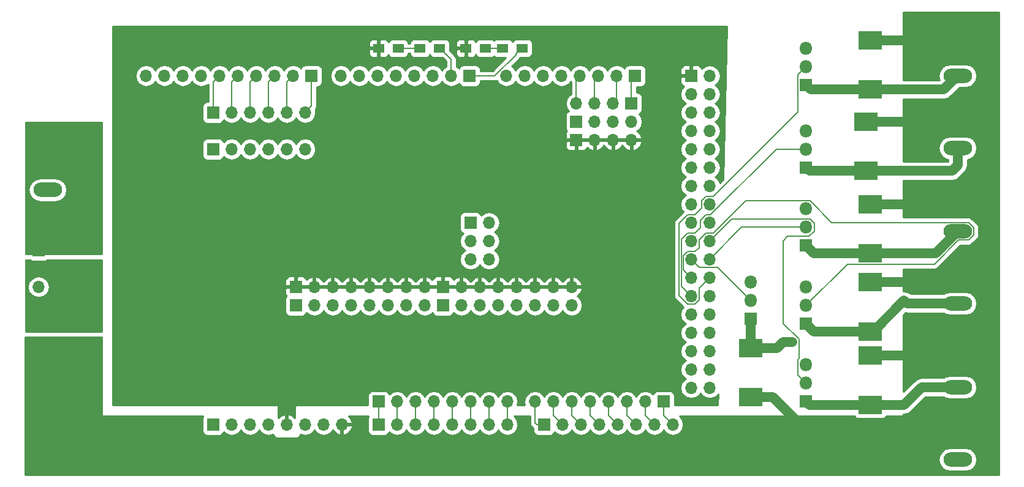
<source format=gtl>
G04 #@! TF.FileFunction,Copper,L1,Top,Signal*
%FSLAX46Y46*%
G04 Gerber Fmt 4.6, Leading zero omitted, Abs format (unit mm)*
G04 Created by KiCad (PCBNEW 4.0.7) date 02/13/18 18:01:40*
%MOMM*%
%LPD*%
G01*
G04 APERTURE LIST*
%ADD10C,0.100000*%
%ADD11C,0.700000*%
%ADD12R,1.700000X1.700000*%
%ADD13O,1.700000X1.700000*%
%ADD14R,3.300000X2.500000*%
%ADD15R,3.960000X1.980000*%
%ADD16O,3.960000X1.980000*%
%ADD17R,1.800000X1.800000*%
%ADD18O,1.800000X1.800000*%
%ADD19R,1.500000X1.300000*%
%ADD20C,0.685800*%
%ADD21C,0.152400*%
%ADD22C,1.381760*%
%ADD23C,0.254000*%
G04 APERTURE END LIST*
D10*
D11*
X245110000Y-66040000D03*
X246380000Y-66040000D03*
X245110000Y-74930000D03*
X246380000Y-74930000D03*
X245110000Y-72390000D03*
X246380000Y-72390000D03*
X245110000Y-69850000D03*
X246380000Y-69850000D03*
X246380000Y-123825000D03*
X245110000Y-123825000D03*
X246380000Y-118745000D03*
X245110000Y-118745000D03*
X246380000Y-113665000D03*
X245110000Y-113665000D03*
X246380000Y-109220000D03*
X245110000Y-109220000D03*
X246380000Y-107315000D03*
X245110000Y-107315000D03*
X245110000Y-87630000D03*
X246380000Y-87630000D03*
X245110000Y-85725000D03*
X246380000Y-85725000D03*
X245110000Y-81915000D03*
X246380000Y-81915000D03*
X246380000Y-83820000D03*
X245110000Y-83820000D03*
X245110000Y-80010000D03*
X246380000Y-80010000D03*
X245110000Y-103505000D03*
X246380000Y-103505000D03*
X245110000Y-100965000D03*
X246380000Y-100965000D03*
X245110000Y-99060000D03*
X246380000Y-99060000D03*
X245110000Y-97155000D03*
X246380000Y-97155000D03*
X245110000Y-95250000D03*
X246380000Y-95250000D03*
X245110000Y-93345000D03*
X246380000Y-93345000D03*
X245110000Y-91440000D03*
X246380000Y-91440000D03*
X246380000Y-121920000D03*
X245110000Y-121920000D03*
X243840000Y-121920000D03*
X242570000Y-121920000D03*
X241300000Y-121920000D03*
X240030000Y-121920000D03*
X238760000Y-121920000D03*
X237490000Y-121920000D03*
X236220000Y-121920000D03*
X234950000Y-121920000D03*
X246380000Y-116840000D03*
X245110000Y-116840000D03*
X243840000Y-116840000D03*
X242570000Y-116840000D03*
X241300000Y-116840000D03*
X240030000Y-116840000D03*
X238760000Y-116840000D03*
X237490000Y-116840000D03*
X236220000Y-116840000D03*
X246380000Y-111760000D03*
X245110000Y-111760000D03*
X243840000Y-111760000D03*
X242570000Y-111760000D03*
X241300000Y-111760000D03*
X240030000Y-111760000D03*
X238760000Y-111760000D03*
X237490000Y-111760000D03*
X236220000Y-111760000D03*
X234950000Y-111760000D03*
X246380000Y-105410000D03*
X245110000Y-105410000D03*
X243840000Y-105410000D03*
X242570000Y-105410000D03*
X241300000Y-105410000D03*
X240030000Y-105410000D03*
X238760000Y-105410000D03*
X237490000Y-105410000D03*
X236220000Y-105410000D03*
X234950000Y-105410000D03*
X246380000Y-89535000D03*
X245110000Y-89535000D03*
X243840000Y-89535000D03*
X242570000Y-89535000D03*
X241300000Y-89535000D03*
X240030000Y-89535000D03*
X238760000Y-89535000D03*
X237490000Y-89535000D03*
X236220000Y-89535000D03*
X234950000Y-89535000D03*
X246380000Y-78105000D03*
X245110000Y-78105000D03*
X243840000Y-78105000D03*
X242570000Y-78105000D03*
X241300000Y-78105000D03*
X240030000Y-78105000D03*
X238760000Y-78105000D03*
X237490000Y-78105000D03*
X236220000Y-78105000D03*
X234950000Y-78105000D03*
X246380000Y-67945000D03*
X245110000Y-67945000D03*
X243840000Y-67945000D03*
X242570000Y-67945000D03*
X241300000Y-67945000D03*
X240030000Y-67945000D03*
X238760000Y-67945000D03*
X237490000Y-67945000D03*
X236220000Y-67945000D03*
X234950000Y-67945000D03*
X246380000Y-64135000D03*
X245110000Y-64135000D03*
X243840000Y-64135000D03*
X242570000Y-64135000D03*
X241300000Y-64135000D03*
X240030000Y-64135000D03*
X238760000Y-64135000D03*
X237490000Y-64135000D03*
X236220000Y-64135000D03*
X234950000Y-64135000D03*
D12*
X196723000Y-71120000D03*
D13*
X194183000Y-71120000D03*
X191643000Y-71120000D03*
X189103000Y-71120000D03*
X186563000Y-71120000D03*
X184023000Y-71120000D03*
X181483000Y-71120000D03*
X178943000Y-71120000D03*
D12*
X200660000Y-116205000D03*
D13*
X198120000Y-116205000D03*
X195580000Y-116205000D03*
X193040000Y-116205000D03*
X190500000Y-116205000D03*
X187960000Y-116205000D03*
X185420000Y-116205000D03*
X182880000Y-116205000D03*
D14*
X229235000Y-66225000D03*
X229235000Y-73025000D03*
D12*
X170180000Y-102870000D03*
D13*
X172720000Y-102870000D03*
X175260000Y-102870000D03*
X177800000Y-102870000D03*
X180340000Y-102870000D03*
X182880000Y-102870000D03*
X185420000Y-102870000D03*
X187960000Y-102870000D03*
D12*
X138430000Y-76200000D03*
D13*
X140970000Y-76200000D03*
X143510000Y-76200000D03*
X146050000Y-76200000D03*
X148590000Y-76200000D03*
X151130000Y-76200000D03*
D12*
X138430000Y-81280000D03*
D13*
X140970000Y-81280000D03*
X143510000Y-81280000D03*
X146050000Y-81280000D03*
X148590000Y-81280000D03*
X151130000Y-81280000D03*
D12*
X138430000Y-119380000D03*
D13*
X140970000Y-119380000D03*
X143510000Y-119380000D03*
X146050000Y-119380000D03*
X148590000Y-119380000D03*
X151130000Y-119380000D03*
X153670000Y-119380000D03*
X156210000Y-119380000D03*
D12*
X149860000Y-102870000D03*
D13*
X152400000Y-102870000D03*
X154940000Y-102870000D03*
X157480000Y-102870000D03*
X160020000Y-102870000D03*
X162560000Y-102870000D03*
X165100000Y-102870000D03*
X167640000Y-102870000D03*
D12*
X149860000Y-100330000D03*
D13*
X152400000Y-100330000D03*
X154940000Y-100330000D03*
X157480000Y-100330000D03*
X160020000Y-100330000D03*
X162560000Y-100330000D03*
X165100000Y-100330000D03*
X167640000Y-100330000D03*
D12*
X173863000Y-71120000D03*
D13*
X171323000Y-71120000D03*
X168783000Y-71120000D03*
X166243000Y-71120000D03*
X163703000Y-71120000D03*
X161163000Y-71120000D03*
X158623000Y-71120000D03*
X156083000Y-71120000D03*
D12*
X161290000Y-119380000D03*
D13*
X163830000Y-119380000D03*
X166370000Y-119380000D03*
X168910000Y-119380000D03*
X171450000Y-119380000D03*
X173990000Y-119380000D03*
X176530000Y-119380000D03*
X179070000Y-119380000D03*
D12*
X170180000Y-100330000D03*
D13*
X172720000Y-100330000D03*
X175260000Y-100330000D03*
X177800000Y-100330000D03*
X180340000Y-100330000D03*
X182880000Y-100330000D03*
X185420000Y-100330000D03*
X187960000Y-100330000D03*
D12*
X173990000Y-91440000D03*
D13*
X176530000Y-91440000D03*
X173990000Y-93980000D03*
X176530000Y-93980000D03*
X173990000Y-96520000D03*
X176530000Y-96520000D03*
D12*
X184150000Y-119380000D03*
D13*
X186690000Y-119380000D03*
X189230000Y-119380000D03*
X191770000Y-119380000D03*
X194310000Y-119380000D03*
X196850000Y-119380000D03*
X199390000Y-119380000D03*
X201930000Y-119380000D03*
D12*
X204470000Y-71120000D03*
D13*
X207010000Y-71120000D03*
X204470000Y-73660000D03*
X207010000Y-73660000D03*
X204470000Y-76200000D03*
X207010000Y-76200000D03*
X204470000Y-78740000D03*
X207010000Y-78740000D03*
X204470000Y-81280000D03*
X207010000Y-81280000D03*
X204470000Y-83820000D03*
X207010000Y-83820000D03*
X204470000Y-86360000D03*
X207010000Y-86360000D03*
X204470000Y-88900000D03*
X207010000Y-88900000D03*
X204470000Y-91440000D03*
X207010000Y-91440000D03*
X204470000Y-93980000D03*
X207010000Y-93980000D03*
X204470000Y-96520000D03*
X207010000Y-96520000D03*
X204470000Y-99060000D03*
X207010000Y-99060000D03*
X204470000Y-101600000D03*
X207010000Y-101600000D03*
X204470000Y-104140000D03*
X207010000Y-104140000D03*
X204470000Y-106680000D03*
X207010000Y-106680000D03*
X204470000Y-109220000D03*
X207010000Y-109220000D03*
X204470000Y-111760000D03*
X207010000Y-111760000D03*
X204470000Y-114300000D03*
X207010000Y-114300000D03*
D15*
X241300000Y-66120000D03*
D16*
X241300000Y-71120000D03*
X241300000Y-81120000D03*
X241300000Y-76120000D03*
D15*
X241300000Y-87630000D03*
D16*
X241300000Y-92630000D03*
X241300000Y-102630000D03*
X241300000Y-97630000D03*
D15*
X241300000Y-109220000D03*
D16*
X241300000Y-114220000D03*
X241300000Y-124220000D03*
X241300000Y-119220000D03*
D17*
X220345000Y-116205000D03*
D18*
X220345000Y-113665000D03*
X220345000Y-111125000D03*
D17*
X220345000Y-105410000D03*
D18*
X220345000Y-102870000D03*
X220345000Y-100330000D03*
D17*
X212725000Y-104775000D03*
D18*
X212725000Y-102235000D03*
X212725000Y-99695000D03*
D17*
X220345000Y-72390000D03*
D18*
X220345000Y-69850000D03*
X220345000Y-67310000D03*
D17*
X220345000Y-94615000D03*
D18*
X220345000Y-92075000D03*
X220345000Y-89535000D03*
D17*
X220345000Y-83820000D03*
D18*
X220345000Y-81280000D03*
X220345000Y-78740000D03*
D12*
X152019000Y-71120000D03*
D13*
X149479000Y-71120000D03*
X146939000Y-71120000D03*
X144399000Y-71120000D03*
X141859000Y-71120000D03*
X139319000Y-71120000D03*
X136779000Y-71120000D03*
X134239000Y-71120000D03*
X131699000Y-71120000D03*
X129159000Y-71120000D03*
D17*
X114300000Y-110490000D03*
D18*
X114300000Y-105410000D03*
D14*
X229235000Y-109855000D03*
X229235000Y-116655000D03*
X212725000Y-115570000D03*
X212725000Y-108770000D03*
X229235000Y-88900000D03*
X229235000Y-95700000D03*
X229235000Y-99695000D03*
X229235000Y-106495000D03*
X228600000Y-77470000D03*
X228600000Y-84270000D03*
D12*
X114300000Y-95250000D03*
D13*
X114300000Y-97790000D03*
X114300000Y-100330000D03*
D15*
X115570000Y-81915000D03*
D16*
X115570000Y-86915000D03*
D19*
X176055000Y-67310000D03*
X173355000Y-67310000D03*
X163990000Y-67310000D03*
X161290000Y-67310000D03*
X178435000Y-67310000D03*
X181135000Y-67310000D03*
X167005000Y-67310000D03*
X169705000Y-67310000D03*
D12*
X161290000Y-116205000D03*
D13*
X163830000Y-116205000D03*
X166370000Y-116205000D03*
X168910000Y-116205000D03*
X171450000Y-116205000D03*
X173990000Y-116205000D03*
X176530000Y-116205000D03*
X179070000Y-116205000D03*
D12*
X196215000Y-74930000D03*
D13*
X193675000Y-74930000D03*
X191135000Y-74930000D03*
X188595000Y-74930000D03*
D12*
X188595000Y-77470000D03*
D13*
X191135000Y-77470000D03*
X193675000Y-77470000D03*
X196215000Y-77470000D03*
D12*
X188595000Y-80010000D03*
D13*
X191135000Y-80010000D03*
X193675000Y-80010000D03*
X196215000Y-80010000D03*
D20*
X218440000Y-107950000D03*
X216350000Y-108770000D03*
X217170000Y-107950000D03*
D21*
X161290000Y-119380000D02*
X161290000Y-116205000D01*
X163830000Y-119380000D02*
X163830000Y-116205000D01*
X166370000Y-119380000D02*
X166370000Y-116205000D01*
X168910000Y-119380000D02*
X168910000Y-116205000D01*
X171450000Y-116205000D02*
X171450000Y-119380000D01*
X173990000Y-119380000D02*
X173990000Y-118177919D01*
X173990000Y-118177919D02*
X173990000Y-116205000D01*
X176530000Y-116205000D02*
X176530000Y-119380000D01*
X179070000Y-119380000D02*
X179070000Y-116205000D01*
X207010000Y-93980000D02*
X210043601Y-90946399D01*
X221473601Y-91533271D02*
X221473601Y-92616729D01*
X219359490Y-107569135D02*
X219359490Y-110205510D01*
X210043601Y-90946399D02*
X220886729Y-90946399D01*
X220886729Y-90946399D02*
X221473601Y-91533271D01*
X221473601Y-92616729D02*
X220745330Y-93345000D01*
X220745330Y-93345000D02*
X217805000Y-93345000D01*
X217805000Y-93345000D02*
X217170000Y-93980000D01*
X217170000Y-93980000D02*
X217170000Y-105379645D01*
X219445001Y-112765001D02*
X220345000Y-113665000D01*
X217170000Y-105379645D02*
X219359490Y-107569135D01*
X219359490Y-110205510D02*
X219216399Y-110348601D01*
X219216399Y-110348601D02*
X219216399Y-112536399D01*
X219216399Y-112536399D02*
X219445001Y-112765001D01*
X212725000Y-102235000D02*
X208088601Y-97598601D01*
X208088601Y-97598601D02*
X205548601Y-97598601D01*
X205548601Y-97598601D02*
X205319999Y-97369999D01*
X205319999Y-97369999D02*
X204470000Y-96520000D01*
X220345000Y-92075000D02*
X211455000Y-92075000D01*
X211455000Y-92075000D02*
X207010000Y-96520000D01*
X220345000Y-102870000D02*
X226036399Y-97178601D01*
X226036399Y-97178601D02*
X238051754Y-97178601D01*
X205548601Y-93845069D02*
X205548601Y-94880527D01*
X238051754Y-97178601D02*
X241381745Y-93848610D01*
X241381745Y-93848610D02*
X242794764Y-93848610D01*
X242794764Y-93848610D02*
X243508610Y-93134764D01*
X203620001Y-98210001D02*
X204470000Y-99060000D01*
X243508610Y-93134764D02*
X243508610Y-92125236D01*
X243508610Y-92125236D02*
X242794764Y-91411390D01*
X203391399Y-96002271D02*
X203391399Y-97981399D01*
X242794764Y-91411390D02*
X223891720Y-91411390D01*
X207527729Y-92901399D02*
X206492271Y-92901399D01*
X223891720Y-91411390D02*
X220886729Y-88406399D01*
X204987729Y-95441399D02*
X203952271Y-95441399D01*
X220886729Y-88406399D02*
X212022729Y-88406399D01*
X212022729Y-88406399D02*
X207527729Y-92901399D01*
X206492271Y-92901399D02*
X205548601Y-93845069D01*
X205548601Y-94880527D02*
X204987729Y-95441399D01*
X203952271Y-95441399D02*
X203391399Y-96002271D01*
X203391399Y-97981399D02*
X203620001Y-98210001D01*
X220345000Y-69850000D02*
X219216399Y-70978601D01*
X219216399Y-70978601D02*
X219216399Y-76132729D01*
X219216399Y-76132729D02*
X207527729Y-87821399D01*
X206160001Y-99909999D02*
X207010000Y-99060000D01*
X207527729Y-87821399D02*
X206492271Y-87821399D01*
X206492271Y-87821399D02*
X205931399Y-88382271D01*
X202781780Y-101508110D02*
X203952271Y-102678601D01*
X205931399Y-88382271D02*
X205931399Y-89417729D01*
X205931399Y-89417729D02*
X204987729Y-90361399D01*
X204987729Y-90361399D02*
X203952271Y-90361399D01*
X203952271Y-90361399D02*
X202781780Y-91531890D01*
X202781780Y-91531890D02*
X202781780Y-101508110D01*
X205548601Y-100521399D02*
X206160001Y-99909999D01*
X203952271Y-102678601D02*
X204987729Y-102678601D01*
X204987729Y-102678601D02*
X205548601Y-102117729D01*
X205548601Y-102117729D02*
X205548601Y-100521399D01*
X220345000Y-81280000D02*
X216226330Y-81280000D01*
X216226330Y-81280000D02*
X207144931Y-90361399D01*
X207144931Y-90361399D02*
X206492271Y-90361399D01*
X205740000Y-92149128D02*
X204987729Y-92901399D01*
X206492271Y-90361399D02*
X205740000Y-91113670D01*
X203952271Y-92901399D02*
X203086589Y-93767081D01*
X205740000Y-91113670D02*
X205740000Y-92149128D01*
X204987729Y-92901399D02*
X203952271Y-92901399D01*
X203086589Y-93767081D02*
X203086589Y-100216589D01*
X203086589Y-100216589D02*
X203620001Y-100750001D01*
X203620001Y-100750001D02*
X204470000Y-101600000D01*
D22*
X212725000Y-115570000D02*
X215756760Y-115570000D01*
X215756760Y-115570000D02*
X219406760Y-119220000D01*
X219406760Y-119220000D02*
X237938240Y-119220000D01*
X237938240Y-119220000D02*
X241300000Y-119220000D01*
X229235000Y-109855000D02*
X240665000Y-109855000D01*
X240665000Y-109855000D02*
X241300000Y-109220000D01*
X229235000Y-99695000D02*
X239235000Y-99695000D01*
X239235000Y-99695000D02*
X241300000Y-97630000D01*
X229235000Y-88900000D02*
X240030000Y-88900000D01*
X240030000Y-88900000D02*
X241300000Y-87630000D01*
X228600000Y-77470000D02*
X239950000Y-77470000D01*
X239950000Y-77470000D02*
X241300000Y-76120000D01*
X229235000Y-66225000D02*
X241195000Y-66225000D01*
X241195000Y-66225000D02*
X241300000Y-66120000D01*
X229235000Y-73025000D02*
X220980000Y-73025000D01*
X220980000Y-73025000D02*
X220345000Y-72390000D01*
X229235000Y-73025000D02*
X239395000Y-73025000D01*
X239395000Y-73025000D02*
X241300000Y-71120000D01*
X228600000Y-84270000D02*
X220795000Y-84270000D01*
X220795000Y-84270000D02*
X220345000Y-83820000D01*
X228600000Y-84270000D02*
X240521760Y-84270000D01*
X240521760Y-84270000D02*
X241300000Y-83491760D01*
X241300000Y-83491760D02*
X241300000Y-81120000D01*
X229235000Y-95700000D02*
X221430000Y-95700000D01*
X221430000Y-95700000D02*
X220345000Y-94615000D01*
X229235000Y-95700000D02*
X238230000Y-95700000D01*
X238230000Y-95700000D02*
X241300000Y-92630000D01*
X229235000Y-106495000D02*
X221430000Y-106495000D01*
X221430000Y-106495000D02*
X220345000Y-105410000D01*
X233895000Y-102235000D02*
X234290000Y-102630000D01*
X234290000Y-102630000D02*
X241300000Y-102630000D01*
X229235000Y-106495000D02*
X229635000Y-106495000D01*
X229635000Y-106495000D02*
X233895000Y-102235000D01*
X229235000Y-116655000D02*
X220795000Y-116655000D01*
X220795000Y-116655000D02*
X220345000Y-116205000D01*
X233865000Y-116655000D02*
X236300000Y-114220000D01*
X236300000Y-114220000D02*
X241300000Y-114220000D01*
X229235000Y-116655000D02*
X233865000Y-116655000D01*
X217170000Y-107950000D02*
X218440000Y-107950000D01*
X212725000Y-108770000D02*
X216350000Y-108770000D01*
X216350000Y-108770000D02*
X217170000Y-107950000D01*
X212725000Y-104775000D02*
X212725000Y-108770000D01*
D21*
X196215000Y-74930000D02*
X196215000Y-71628000D01*
X196215000Y-71628000D02*
X196723000Y-71120000D01*
X196850000Y-71247000D02*
X196723000Y-71120000D01*
X194183000Y-71120000D02*
X194183000Y-74422000D01*
X194183000Y-74422000D02*
X193675000Y-74930000D01*
X194310000Y-71247000D02*
X194183000Y-71120000D01*
X191135000Y-74930000D02*
X191135000Y-71628000D01*
X191135000Y-71628000D02*
X191643000Y-71120000D01*
X191770000Y-71247000D02*
X191643000Y-71120000D01*
X188595000Y-74930000D02*
X188595000Y-71628000D01*
X188595000Y-71628000D02*
X189103000Y-71120000D01*
X189230000Y-71247000D02*
X189103000Y-71120000D01*
X138430000Y-76200000D02*
X138430000Y-72009000D01*
X138430000Y-72009000D02*
X139319000Y-71120000D01*
X140970000Y-76200000D02*
X140970000Y-72009000D01*
X140970000Y-72009000D02*
X141859000Y-71120000D01*
X143510000Y-76200000D02*
X143510000Y-72009000D01*
X143510000Y-72009000D02*
X144399000Y-71120000D01*
X146050000Y-76200000D02*
X146050000Y-72009000D01*
X146050000Y-72009000D02*
X146939000Y-71120000D01*
X148590000Y-76200000D02*
X148590000Y-72009000D01*
X148590000Y-72009000D02*
X149479000Y-71120000D01*
X151130000Y-76200000D02*
X152019000Y-75311000D01*
X152019000Y-75311000D02*
X152019000Y-71120000D01*
X200660000Y-116205000D02*
X200660000Y-118110000D01*
X200660000Y-118110000D02*
X201930000Y-119380000D01*
X198120000Y-116205000D02*
X198120000Y-118110000D01*
X198120000Y-118110000D02*
X199390000Y-119380000D01*
X195580000Y-116205000D02*
X195580000Y-118110000D01*
X195580000Y-118110000D02*
X196850000Y-119380000D01*
X193040000Y-116205000D02*
X193040000Y-118110000D01*
X193040000Y-118110000D02*
X194310000Y-119380000D01*
X190500000Y-116205000D02*
X190500000Y-118110000D01*
X190500000Y-118110000D02*
X191770000Y-119380000D01*
X187960000Y-116205000D02*
X187960000Y-118110000D01*
X187960000Y-118110000D02*
X189230000Y-119380000D01*
X185420000Y-116205000D02*
X185420000Y-118110000D01*
X185420000Y-118110000D02*
X186690000Y-119380000D01*
X182880000Y-116205000D02*
X182880000Y-119112400D01*
X182880000Y-119112400D02*
X183147600Y-119380000D01*
X183147600Y-119380000D02*
X184150000Y-119380000D01*
X173863000Y-71120000D02*
X177325000Y-71120000D01*
X177325000Y-71120000D02*
X180232600Y-68212400D01*
X180232600Y-68212400D02*
X180232600Y-68112400D01*
X180232600Y-68112400D02*
X181035000Y-67310000D01*
X181035000Y-67310000D02*
X181135000Y-67310000D01*
X171323000Y-71120000D02*
X171323000Y-68828000D01*
X171323000Y-68828000D02*
X169805000Y-67310000D01*
X169805000Y-67310000D02*
X169705000Y-67310000D01*
X176055000Y-67310000D02*
X178435000Y-67310000D01*
X163990000Y-67310000D02*
X167005000Y-67310000D01*
D23*
G36*
X246940000Y-126290000D02*
X112470000Y-126290000D01*
X112470000Y-124220000D01*
X238633769Y-124220000D01*
X238757465Y-124841861D01*
X239109720Y-125369049D01*
X239636908Y-125721304D01*
X240258769Y-125845000D01*
X242341231Y-125845000D01*
X242963092Y-125721304D01*
X243490280Y-125369049D01*
X243842535Y-124841861D01*
X243966231Y-124220000D01*
X243842535Y-123598139D01*
X243490280Y-123070951D01*
X242963092Y-122718696D01*
X242341231Y-122595000D01*
X240258769Y-122595000D01*
X239636908Y-122718696D01*
X239109720Y-123070951D01*
X238757465Y-123598139D01*
X238633769Y-124220000D01*
X112470000Y-124220000D01*
X112470000Y-107315000D01*
X123063000Y-107315000D01*
X123063000Y-118110000D01*
X123073006Y-118159410D01*
X123101447Y-118201035D01*
X123143841Y-118228315D01*
X123190000Y-118237000D01*
X137011658Y-118237000D01*
X136983569Y-118278110D01*
X136932560Y-118530000D01*
X136932560Y-120230000D01*
X136976838Y-120465317D01*
X137115910Y-120681441D01*
X137328110Y-120826431D01*
X137580000Y-120877440D01*
X139280000Y-120877440D01*
X139515317Y-120833162D01*
X139731441Y-120694090D01*
X139876431Y-120481890D01*
X139890086Y-120414459D01*
X139919946Y-120459147D01*
X140401715Y-120781054D01*
X140970000Y-120894093D01*
X141538285Y-120781054D01*
X142020054Y-120459147D01*
X142240000Y-120129974D01*
X142459946Y-120459147D01*
X142941715Y-120781054D01*
X143510000Y-120894093D01*
X144078285Y-120781054D01*
X144560054Y-120459147D01*
X144780000Y-120129974D01*
X144999946Y-120459147D01*
X145481715Y-120781054D01*
X146050000Y-120894093D01*
X146618285Y-120781054D01*
X146699454Y-120726818D01*
X146728427Y-120880795D01*
X146864827Y-121092767D01*
X147072949Y-121234971D01*
X147320000Y-121285000D01*
X149860000Y-121285000D01*
X150090795Y-121241573D01*
X150302767Y-121105173D01*
X150444971Y-120897051D01*
X150479575Y-120726170D01*
X150561715Y-120781054D01*
X151130000Y-120894093D01*
X151698285Y-120781054D01*
X152180054Y-120459147D01*
X152400000Y-120129974D01*
X152619946Y-120459147D01*
X153101715Y-120781054D01*
X153670000Y-120894093D01*
X154238285Y-120781054D01*
X154720054Y-120459147D01*
X154947702Y-120118447D01*
X155014817Y-120261358D01*
X155443076Y-120651645D01*
X155853110Y-120821476D01*
X156083000Y-120700155D01*
X156083000Y-119507000D01*
X156337000Y-119507000D01*
X156337000Y-120700155D01*
X156566890Y-120821476D01*
X156976924Y-120651645D01*
X157405183Y-120261358D01*
X157651486Y-119736892D01*
X157530819Y-119507000D01*
X156337000Y-119507000D01*
X156083000Y-119507000D01*
X156063000Y-119507000D01*
X156063000Y-119253000D01*
X156083000Y-119253000D01*
X156083000Y-119233000D01*
X156337000Y-119233000D01*
X156337000Y-119253000D01*
X157530819Y-119253000D01*
X157651486Y-119023108D01*
X157405183Y-118498642D01*
X157118085Y-118237000D01*
X159871658Y-118237000D01*
X159843569Y-118278110D01*
X159792560Y-118530000D01*
X159792560Y-120230000D01*
X159836838Y-120465317D01*
X159975910Y-120681441D01*
X160188110Y-120826431D01*
X160440000Y-120877440D01*
X162140000Y-120877440D01*
X162375317Y-120833162D01*
X162591441Y-120694090D01*
X162736431Y-120481890D01*
X162750086Y-120414459D01*
X162779946Y-120459147D01*
X163261715Y-120781054D01*
X163830000Y-120894093D01*
X164398285Y-120781054D01*
X164880054Y-120459147D01*
X165100000Y-120129974D01*
X165319946Y-120459147D01*
X165801715Y-120781054D01*
X166370000Y-120894093D01*
X166938285Y-120781054D01*
X167420054Y-120459147D01*
X167640000Y-120129974D01*
X167859946Y-120459147D01*
X168341715Y-120781054D01*
X168910000Y-120894093D01*
X169478285Y-120781054D01*
X169960054Y-120459147D01*
X170180000Y-120129974D01*
X170399946Y-120459147D01*
X170881715Y-120781054D01*
X171450000Y-120894093D01*
X172018285Y-120781054D01*
X172500054Y-120459147D01*
X172720000Y-120129974D01*
X172939946Y-120459147D01*
X173421715Y-120781054D01*
X173990000Y-120894093D01*
X174558285Y-120781054D01*
X175040054Y-120459147D01*
X175260000Y-120129974D01*
X175479946Y-120459147D01*
X175961715Y-120781054D01*
X176530000Y-120894093D01*
X177098285Y-120781054D01*
X177580054Y-120459147D01*
X177800000Y-120129974D01*
X178019946Y-120459147D01*
X178501715Y-120781054D01*
X179070000Y-120894093D01*
X179638285Y-120781054D01*
X180120054Y-120459147D01*
X180441961Y-119977378D01*
X180555000Y-119409093D01*
X180555000Y-119350907D01*
X180441961Y-118782622D01*
X180120054Y-118300853D01*
X180024491Y-118237000D01*
X182168800Y-118237000D01*
X182168800Y-119112400D01*
X182222937Y-119384565D01*
X182377106Y-119615294D01*
X182644706Y-119882895D01*
X182652560Y-119888143D01*
X182652560Y-120230000D01*
X182696838Y-120465317D01*
X182835910Y-120681441D01*
X183048110Y-120826431D01*
X183300000Y-120877440D01*
X185000000Y-120877440D01*
X185235317Y-120833162D01*
X185451441Y-120694090D01*
X185596431Y-120481890D01*
X185610086Y-120414459D01*
X185639946Y-120459147D01*
X186121715Y-120781054D01*
X186690000Y-120894093D01*
X187258285Y-120781054D01*
X187740054Y-120459147D01*
X187960000Y-120129974D01*
X188179946Y-120459147D01*
X188661715Y-120781054D01*
X189230000Y-120894093D01*
X189798285Y-120781054D01*
X190280054Y-120459147D01*
X190500000Y-120129974D01*
X190719946Y-120459147D01*
X191201715Y-120781054D01*
X191770000Y-120894093D01*
X192338285Y-120781054D01*
X192820054Y-120459147D01*
X193040000Y-120129974D01*
X193259946Y-120459147D01*
X193741715Y-120781054D01*
X194310000Y-120894093D01*
X194878285Y-120781054D01*
X195360054Y-120459147D01*
X195580000Y-120129974D01*
X195799946Y-120459147D01*
X196281715Y-120781054D01*
X196850000Y-120894093D01*
X197418285Y-120781054D01*
X197900054Y-120459147D01*
X198120000Y-120129974D01*
X198339946Y-120459147D01*
X198821715Y-120781054D01*
X199390000Y-120894093D01*
X199958285Y-120781054D01*
X200440054Y-120459147D01*
X200660000Y-120129974D01*
X200879946Y-120459147D01*
X201361715Y-120781054D01*
X201930000Y-120894093D01*
X202498285Y-120781054D01*
X202980054Y-120459147D01*
X203301961Y-119977378D01*
X203415000Y-119409093D01*
X203415000Y-119350907D01*
X203301961Y-118782622D01*
X202980054Y-118300853D01*
X202884491Y-118237000D01*
X227044052Y-118237000D01*
X227120910Y-118356441D01*
X227333110Y-118501431D01*
X227585000Y-118552440D01*
X230885000Y-118552440D01*
X231120317Y-118508162D01*
X231336441Y-118369090D01*
X231426694Y-118237000D01*
X233680000Y-118237000D01*
X233729410Y-118226994D01*
X233771035Y-118198553D01*
X233798315Y-118156159D01*
X233807000Y-118110000D01*
X233807000Y-117980880D01*
X233865000Y-117980880D01*
X234372392Y-117879953D01*
X234802539Y-117592539D01*
X236849198Y-115545880D01*
X239374367Y-115545880D01*
X239636908Y-115721304D01*
X240258769Y-115845000D01*
X242341231Y-115845000D01*
X242963092Y-115721304D01*
X243490280Y-115369049D01*
X243842535Y-114841861D01*
X243966231Y-114220000D01*
X243842535Y-113598139D01*
X243490280Y-113070951D01*
X242963092Y-112718696D01*
X242341231Y-112595000D01*
X240258769Y-112595000D01*
X239636908Y-112718696D01*
X239374367Y-112894120D01*
X236300000Y-112894120D01*
X235792608Y-112995047D01*
X235362461Y-113282461D01*
X233807000Y-114837922D01*
X233807000Y-104198078D01*
X234089150Y-103915928D01*
X234290000Y-103955880D01*
X239374367Y-103955880D01*
X239636908Y-104131304D01*
X240258769Y-104255000D01*
X242341231Y-104255000D01*
X242963092Y-104131304D01*
X243490280Y-103779049D01*
X243842535Y-103251861D01*
X243966231Y-102630000D01*
X243842535Y-102008139D01*
X243490280Y-101480951D01*
X242963092Y-101128696D01*
X242341231Y-101005000D01*
X240258769Y-101005000D01*
X239636908Y-101128696D01*
X239374367Y-101304120D01*
X234839198Y-101304120D01*
X234832539Y-101297461D01*
X234402392Y-101010047D01*
X234377019Y-101005000D01*
X233895000Y-100909119D01*
X233807000Y-100926624D01*
X233807000Y-97889801D01*
X238051754Y-97889801D01*
X238323919Y-97835664D01*
X238554648Y-97681495D01*
X241676334Y-94559810D01*
X242794764Y-94559810D01*
X243066929Y-94505673D01*
X243297658Y-94351504D01*
X244011505Y-93637658D01*
X244165673Y-93406928D01*
X244219810Y-93134764D01*
X244219810Y-92125236D01*
X244165673Y-91853072D01*
X244132921Y-91804055D01*
X244011505Y-91622342D01*
X243297658Y-90908496D01*
X243066929Y-90754327D01*
X242794764Y-90700190D01*
X233807000Y-90700190D01*
X233807000Y-85595880D01*
X240521760Y-85595880D01*
X241029152Y-85494953D01*
X241459299Y-85207539D01*
X242237536Y-84429301D01*
X242237539Y-84429299D01*
X242524953Y-83999152D01*
X242572005Y-83762608D01*
X242625881Y-83491760D01*
X242625880Y-83491755D01*
X242625880Y-82688380D01*
X242963092Y-82621304D01*
X243490280Y-82269049D01*
X243842535Y-81741861D01*
X243966231Y-81120000D01*
X243842535Y-80498139D01*
X243490280Y-79970951D01*
X242963092Y-79618696D01*
X242341231Y-79495000D01*
X240258769Y-79495000D01*
X239636908Y-79618696D01*
X239109720Y-79970951D01*
X238757465Y-80498139D01*
X238633769Y-81120000D01*
X238757465Y-81741861D01*
X239109720Y-82269049D01*
X239636908Y-82621304D01*
X239974120Y-82688380D01*
X239974120Y-82942563D01*
X239972562Y-82944120D01*
X233807000Y-82944120D01*
X233807000Y-74350880D01*
X239395000Y-74350880D01*
X239902392Y-74249953D01*
X240332539Y-73962539D01*
X241550078Y-72745000D01*
X242341231Y-72745000D01*
X242963092Y-72621304D01*
X243490280Y-72269049D01*
X243842535Y-71741861D01*
X243966231Y-71120000D01*
X243842535Y-70498139D01*
X243490280Y-69970951D01*
X242963092Y-69618696D01*
X242341231Y-69495000D01*
X240258769Y-69495000D01*
X239636908Y-69618696D01*
X239109720Y-69970951D01*
X238757465Y-70498139D01*
X238633769Y-71120000D01*
X238748963Y-71699120D01*
X233807000Y-71699120D01*
X233807000Y-62357000D01*
X246940000Y-62357000D01*
X246940000Y-126290000D01*
X246940000Y-126290000D01*
G37*
X246940000Y-126290000D02*
X112470000Y-126290000D01*
X112470000Y-124220000D01*
X238633769Y-124220000D01*
X238757465Y-124841861D01*
X239109720Y-125369049D01*
X239636908Y-125721304D01*
X240258769Y-125845000D01*
X242341231Y-125845000D01*
X242963092Y-125721304D01*
X243490280Y-125369049D01*
X243842535Y-124841861D01*
X243966231Y-124220000D01*
X243842535Y-123598139D01*
X243490280Y-123070951D01*
X242963092Y-122718696D01*
X242341231Y-122595000D01*
X240258769Y-122595000D01*
X239636908Y-122718696D01*
X239109720Y-123070951D01*
X238757465Y-123598139D01*
X238633769Y-124220000D01*
X112470000Y-124220000D01*
X112470000Y-107315000D01*
X123063000Y-107315000D01*
X123063000Y-118110000D01*
X123073006Y-118159410D01*
X123101447Y-118201035D01*
X123143841Y-118228315D01*
X123190000Y-118237000D01*
X137011658Y-118237000D01*
X136983569Y-118278110D01*
X136932560Y-118530000D01*
X136932560Y-120230000D01*
X136976838Y-120465317D01*
X137115910Y-120681441D01*
X137328110Y-120826431D01*
X137580000Y-120877440D01*
X139280000Y-120877440D01*
X139515317Y-120833162D01*
X139731441Y-120694090D01*
X139876431Y-120481890D01*
X139890086Y-120414459D01*
X139919946Y-120459147D01*
X140401715Y-120781054D01*
X140970000Y-120894093D01*
X141538285Y-120781054D01*
X142020054Y-120459147D01*
X142240000Y-120129974D01*
X142459946Y-120459147D01*
X142941715Y-120781054D01*
X143510000Y-120894093D01*
X144078285Y-120781054D01*
X144560054Y-120459147D01*
X144780000Y-120129974D01*
X144999946Y-120459147D01*
X145481715Y-120781054D01*
X146050000Y-120894093D01*
X146618285Y-120781054D01*
X146699454Y-120726818D01*
X146728427Y-120880795D01*
X146864827Y-121092767D01*
X147072949Y-121234971D01*
X147320000Y-121285000D01*
X149860000Y-121285000D01*
X150090795Y-121241573D01*
X150302767Y-121105173D01*
X150444971Y-120897051D01*
X150479575Y-120726170D01*
X150561715Y-120781054D01*
X151130000Y-120894093D01*
X151698285Y-120781054D01*
X152180054Y-120459147D01*
X152400000Y-120129974D01*
X152619946Y-120459147D01*
X153101715Y-120781054D01*
X153670000Y-120894093D01*
X154238285Y-120781054D01*
X154720054Y-120459147D01*
X154947702Y-120118447D01*
X155014817Y-120261358D01*
X155443076Y-120651645D01*
X155853110Y-120821476D01*
X156083000Y-120700155D01*
X156083000Y-119507000D01*
X156337000Y-119507000D01*
X156337000Y-120700155D01*
X156566890Y-120821476D01*
X156976924Y-120651645D01*
X157405183Y-120261358D01*
X157651486Y-119736892D01*
X157530819Y-119507000D01*
X156337000Y-119507000D01*
X156083000Y-119507000D01*
X156063000Y-119507000D01*
X156063000Y-119253000D01*
X156083000Y-119253000D01*
X156083000Y-119233000D01*
X156337000Y-119233000D01*
X156337000Y-119253000D01*
X157530819Y-119253000D01*
X157651486Y-119023108D01*
X157405183Y-118498642D01*
X157118085Y-118237000D01*
X159871658Y-118237000D01*
X159843569Y-118278110D01*
X159792560Y-118530000D01*
X159792560Y-120230000D01*
X159836838Y-120465317D01*
X159975910Y-120681441D01*
X160188110Y-120826431D01*
X160440000Y-120877440D01*
X162140000Y-120877440D01*
X162375317Y-120833162D01*
X162591441Y-120694090D01*
X162736431Y-120481890D01*
X162750086Y-120414459D01*
X162779946Y-120459147D01*
X163261715Y-120781054D01*
X163830000Y-120894093D01*
X164398285Y-120781054D01*
X164880054Y-120459147D01*
X165100000Y-120129974D01*
X165319946Y-120459147D01*
X165801715Y-120781054D01*
X166370000Y-120894093D01*
X166938285Y-120781054D01*
X167420054Y-120459147D01*
X167640000Y-120129974D01*
X167859946Y-120459147D01*
X168341715Y-120781054D01*
X168910000Y-120894093D01*
X169478285Y-120781054D01*
X169960054Y-120459147D01*
X170180000Y-120129974D01*
X170399946Y-120459147D01*
X170881715Y-120781054D01*
X171450000Y-120894093D01*
X172018285Y-120781054D01*
X172500054Y-120459147D01*
X172720000Y-120129974D01*
X172939946Y-120459147D01*
X173421715Y-120781054D01*
X173990000Y-120894093D01*
X174558285Y-120781054D01*
X175040054Y-120459147D01*
X175260000Y-120129974D01*
X175479946Y-120459147D01*
X175961715Y-120781054D01*
X176530000Y-120894093D01*
X177098285Y-120781054D01*
X177580054Y-120459147D01*
X177800000Y-120129974D01*
X178019946Y-120459147D01*
X178501715Y-120781054D01*
X179070000Y-120894093D01*
X179638285Y-120781054D01*
X180120054Y-120459147D01*
X180441961Y-119977378D01*
X180555000Y-119409093D01*
X180555000Y-119350907D01*
X180441961Y-118782622D01*
X180120054Y-118300853D01*
X180024491Y-118237000D01*
X182168800Y-118237000D01*
X182168800Y-119112400D01*
X182222937Y-119384565D01*
X182377106Y-119615294D01*
X182644706Y-119882895D01*
X182652560Y-119888143D01*
X182652560Y-120230000D01*
X182696838Y-120465317D01*
X182835910Y-120681441D01*
X183048110Y-120826431D01*
X183300000Y-120877440D01*
X185000000Y-120877440D01*
X185235317Y-120833162D01*
X185451441Y-120694090D01*
X185596431Y-120481890D01*
X185610086Y-120414459D01*
X185639946Y-120459147D01*
X186121715Y-120781054D01*
X186690000Y-120894093D01*
X187258285Y-120781054D01*
X187740054Y-120459147D01*
X187960000Y-120129974D01*
X188179946Y-120459147D01*
X188661715Y-120781054D01*
X189230000Y-120894093D01*
X189798285Y-120781054D01*
X190280054Y-120459147D01*
X190500000Y-120129974D01*
X190719946Y-120459147D01*
X191201715Y-120781054D01*
X191770000Y-120894093D01*
X192338285Y-120781054D01*
X192820054Y-120459147D01*
X193040000Y-120129974D01*
X193259946Y-120459147D01*
X193741715Y-120781054D01*
X194310000Y-120894093D01*
X194878285Y-120781054D01*
X195360054Y-120459147D01*
X195580000Y-120129974D01*
X195799946Y-120459147D01*
X196281715Y-120781054D01*
X196850000Y-120894093D01*
X197418285Y-120781054D01*
X197900054Y-120459147D01*
X198120000Y-120129974D01*
X198339946Y-120459147D01*
X198821715Y-120781054D01*
X199390000Y-120894093D01*
X199958285Y-120781054D01*
X200440054Y-120459147D01*
X200660000Y-120129974D01*
X200879946Y-120459147D01*
X201361715Y-120781054D01*
X201930000Y-120894093D01*
X202498285Y-120781054D01*
X202980054Y-120459147D01*
X203301961Y-119977378D01*
X203415000Y-119409093D01*
X203415000Y-119350907D01*
X203301961Y-118782622D01*
X202980054Y-118300853D01*
X202884491Y-118237000D01*
X227044052Y-118237000D01*
X227120910Y-118356441D01*
X227333110Y-118501431D01*
X227585000Y-118552440D01*
X230885000Y-118552440D01*
X231120317Y-118508162D01*
X231336441Y-118369090D01*
X231426694Y-118237000D01*
X233680000Y-118237000D01*
X233729410Y-118226994D01*
X233771035Y-118198553D01*
X233798315Y-118156159D01*
X233807000Y-118110000D01*
X233807000Y-117980880D01*
X233865000Y-117980880D01*
X234372392Y-117879953D01*
X234802539Y-117592539D01*
X236849198Y-115545880D01*
X239374367Y-115545880D01*
X239636908Y-115721304D01*
X240258769Y-115845000D01*
X242341231Y-115845000D01*
X242963092Y-115721304D01*
X243490280Y-115369049D01*
X243842535Y-114841861D01*
X243966231Y-114220000D01*
X243842535Y-113598139D01*
X243490280Y-113070951D01*
X242963092Y-112718696D01*
X242341231Y-112595000D01*
X240258769Y-112595000D01*
X239636908Y-112718696D01*
X239374367Y-112894120D01*
X236300000Y-112894120D01*
X235792608Y-112995047D01*
X235362461Y-113282461D01*
X233807000Y-114837922D01*
X233807000Y-104198078D01*
X234089150Y-103915928D01*
X234290000Y-103955880D01*
X239374367Y-103955880D01*
X239636908Y-104131304D01*
X240258769Y-104255000D01*
X242341231Y-104255000D01*
X242963092Y-104131304D01*
X243490280Y-103779049D01*
X243842535Y-103251861D01*
X243966231Y-102630000D01*
X243842535Y-102008139D01*
X243490280Y-101480951D01*
X242963092Y-101128696D01*
X242341231Y-101005000D01*
X240258769Y-101005000D01*
X239636908Y-101128696D01*
X239374367Y-101304120D01*
X234839198Y-101304120D01*
X234832539Y-101297461D01*
X234402392Y-101010047D01*
X234377019Y-101005000D01*
X233895000Y-100909119D01*
X233807000Y-100926624D01*
X233807000Y-97889801D01*
X238051754Y-97889801D01*
X238323919Y-97835664D01*
X238554648Y-97681495D01*
X241676334Y-94559810D01*
X242794764Y-94559810D01*
X243066929Y-94505673D01*
X243297658Y-94351504D01*
X244011505Y-93637658D01*
X244165673Y-93406928D01*
X244219810Y-93134764D01*
X244219810Y-92125236D01*
X244165673Y-91853072D01*
X244132921Y-91804055D01*
X244011505Y-91622342D01*
X243297658Y-90908496D01*
X243066929Y-90754327D01*
X242794764Y-90700190D01*
X233807000Y-90700190D01*
X233807000Y-85595880D01*
X240521760Y-85595880D01*
X241029152Y-85494953D01*
X241459299Y-85207539D01*
X242237536Y-84429301D01*
X242237539Y-84429299D01*
X242524953Y-83999152D01*
X242572005Y-83762608D01*
X242625881Y-83491760D01*
X242625880Y-83491755D01*
X242625880Y-82688380D01*
X242963092Y-82621304D01*
X243490280Y-82269049D01*
X243842535Y-81741861D01*
X243966231Y-81120000D01*
X243842535Y-80498139D01*
X243490280Y-79970951D01*
X242963092Y-79618696D01*
X242341231Y-79495000D01*
X240258769Y-79495000D01*
X239636908Y-79618696D01*
X239109720Y-79970951D01*
X238757465Y-80498139D01*
X238633769Y-81120000D01*
X238757465Y-81741861D01*
X239109720Y-82269049D01*
X239636908Y-82621304D01*
X239974120Y-82688380D01*
X239974120Y-82942563D01*
X239972562Y-82944120D01*
X233807000Y-82944120D01*
X233807000Y-74350880D01*
X239395000Y-74350880D01*
X239902392Y-74249953D01*
X240332539Y-73962539D01*
X241550078Y-72745000D01*
X242341231Y-72745000D01*
X242963092Y-72621304D01*
X243490280Y-72269049D01*
X243842535Y-71741861D01*
X243966231Y-71120000D01*
X243842535Y-70498139D01*
X243490280Y-69970951D01*
X242963092Y-69618696D01*
X242341231Y-69495000D01*
X240258769Y-69495000D01*
X239636908Y-69618696D01*
X239109720Y-69970951D01*
X238757465Y-70498139D01*
X238633769Y-71120000D01*
X238748963Y-71699120D01*
X233807000Y-71699120D01*
X233807000Y-62357000D01*
X246940000Y-62357000D01*
X246940000Y-126290000D01*
G36*
X208909744Y-85433596D02*
X208434376Y-85908964D01*
X208411054Y-85791715D01*
X208089147Y-85309946D01*
X207759974Y-85090000D01*
X208089147Y-84870054D01*
X208411054Y-84388285D01*
X208524093Y-83820000D01*
X208411054Y-83251715D01*
X208089147Y-82769946D01*
X207759974Y-82550000D01*
X208089147Y-82330054D01*
X208411054Y-81848285D01*
X208524093Y-81280000D01*
X208411054Y-80711715D01*
X208089147Y-80229946D01*
X207759974Y-80010000D01*
X208089147Y-79790054D01*
X208411054Y-79308285D01*
X208524093Y-78740000D01*
X208411054Y-78171715D01*
X208089147Y-77689946D01*
X207759974Y-77470000D01*
X208089147Y-77250054D01*
X208411054Y-76768285D01*
X208524093Y-76200000D01*
X208411054Y-75631715D01*
X208089147Y-75149946D01*
X207759974Y-74930000D01*
X208089147Y-74710054D01*
X208411054Y-74228285D01*
X208524093Y-73660000D01*
X208411054Y-73091715D01*
X208089147Y-72609946D01*
X207759974Y-72390000D01*
X208089147Y-72170054D01*
X208411054Y-71688285D01*
X208524093Y-71120000D01*
X208411054Y-70551715D01*
X208089147Y-70069946D01*
X207607378Y-69748039D01*
X207039093Y-69635000D01*
X206980907Y-69635000D01*
X206412622Y-69748039D01*
X205930853Y-70069946D01*
X205926903Y-70075858D01*
X205858327Y-69910301D01*
X205679698Y-69731673D01*
X205446309Y-69635000D01*
X204755750Y-69635000D01*
X204597000Y-69793750D01*
X204597000Y-70993000D01*
X204617000Y-70993000D01*
X204617000Y-71247000D01*
X204597000Y-71247000D01*
X204597000Y-71267000D01*
X204343000Y-71267000D01*
X204343000Y-71247000D01*
X203143750Y-71247000D01*
X202985000Y-71405750D01*
X202985000Y-72096310D01*
X203081673Y-72329699D01*
X203260302Y-72508327D01*
X203434777Y-72580597D01*
X203390853Y-72609946D01*
X203068946Y-73091715D01*
X202955907Y-73660000D01*
X203068946Y-74228285D01*
X203390853Y-74710054D01*
X203720026Y-74930000D01*
X203390853Y-75149946D01*
X203068946Y-75631715D01*
X202955907Y-76200000D01*
X203068946Y-76768285D01*
X203390853Y-77250054D01*
X203720026Y-77470000D01*
X203390853Y-77689946D01*
X203068946Y-78171715D01*
X202955907Y-78740000D01*
X203068946Y-79308285D01*
X203390853Y-79790054D01*
X203720026Y-80010000D01*
X203390853Y-80229946D01*
X203068946Y-80711715D01*
X202955907Y-81280000D01*
X203068946Y-81848285D01*
X203390853Y-82330054D01*
X203720026Y-82550000D01*
X203390853Y-82769946D01*
X203068946Y-83251715D01*
X202955907Y-83820000D01*
X203068946Y-84388285D01*
X203390853Y-84870054D01*
X203720026Y-85090000D01*
X203390853Y-85309946D01*
X203068946Y-85791715D01*
X202955907Y-86360000D01*
X203068946Y-86928285D01*
X203390853Y-87410054D01*
X203720026Y-87630000D01*
X203390853Y-87849946D01*
X203068946Y-88331715D01*
X202955907Y-88900000D01*
X203068946Y-89468285D01*
X203377625Y-89930256D01*
X202278886Y-91028996D01*
X202124717Y-91259725D01*
X202124717Y-91259726D01*
X202070580Y-91531890D01*
X202070580Y-101508110D01*
X202124717Y-101780275D01*
X202278886Y-102011004D01*
X203377625Y-103109744D01*
X203068946Y-103571715D01*
X202955907Y-104140000D01*
X203068946Y-104708285D01*
X203390853Y-105190054D01*
X203720026Y-105410000D01*
X203390853Y-105629946D01*
X203068946Y-106111715D01*
X202955907Y-106680000D01*
X203068946Y-107248285D01*
X203390853Y-107730054D01*
X203720026Y-107950000D01*
X203390853Y-108169946D01*
X203068946Y-108651715D01*
X202955907Y-109220000D01*
X203068946Y-109788285D01*
X203390853Y-110270054D01*
X203720026Y-110490000D01*
X203390853Y-110709946D01*
X203068946Y-111191715D01*
X202955907Y-111760000D01*
X203068946Y-112328285D01*
X203390853Y-112810054D01*
X203720026Y-113030000D01*
X203390853Y-113249946D01*
X203068946Y-113731715D01*
X202955907Y-114300000D01*
X203068946Y-114868285D01*
X203390853Y-115350054D01*
X203872622Y-115671961D01*
X204440907Y-115785000D01*
X204499093Y-115785000D01*
X205067378Y-115671961D01*
X205549147Y-115350054D01*
X205740000Y-115064422D01*
X205930853Y-115350054D01*
X206412622Y-115671961D01*
X206980907Y-115785000D01*
X207039093Y-115785000D01*
X207607378Y-115671961D01*
X208089147Y-115350054D01*
X208192597Y-115195230D01*
X208156024Y-116713000D01*
X202157440Y-116713000D01*
X202157440Y-115355000D01*
X202113162Y-115119683D01*
X201974090Y-114903559D01*
X201761890Y-114758569D01*
X201510000Y-114707560D01*
X199810000Y-114707560D01*
X199574683Y-114751838D01*
X199358559Y-114890910D01*
X199213569Y-115103110D01*
X199199914Y-115170541D01*
X199170054Y-115125853D01*
X198688285Y-114803946D01*
X198120000Y-114690907D01*
X197551715Y-114803946D01*
X197069946Y-115125853D01*
X196850000Y-115455026D01*
X196630054Y-115125853D01*
X196148285Y-114803946D01*
X195580000Y-114690907D01*
X195011715Y-114803946D01*
X194529946Y-115125853D01*
X194310000Y-115455026D01*
X194090054Y-115125853D01*
X193608285Y-114803946D01*
X193040000Y-114690907D01*
X192471715Y-114803946D01*
X191989946Y-115125853D01*
X191770000Y-115455026D01*
X191550054Y-115125853D01*
X191068285Y-114803946D01*
X190500000Y-114690907D01*
X189931715Y-114803946D01*
X189449946Y-115125853D01*
X189230000Y-115455026D01*
X189010054Y-115125853D01*
X188528285Y-114803946D01*
X187960000Y-114690907D01*
X187391715Y-114803946D01*
X186909946Y-115125853D01*
X186690000Y-115455026D01*
X186470054Y-115125853D01*
X185988285Y-114803946D01*
X185420000Y-114690907D01*
X184851715Y-114803946D01*
X184369946Y-115125853D01*
X184150000Y-115455026D01*
X183930054Y-115125853D01*
X183448285Y-114803946D01*
X182880000Y-114690907D01*
X182311715Y-114803946D01*
X181829946Y-115125853D01*
X181508039Y-115607622D01*
X181395000Y-116175907D01*
X181395000Y-116234093D01*
X181490261Y-116713000D01*
X180459739Y-116713000D01*
X180555000Y-116234093D01*
X180555000Y-116175907D01*
X180441961Y-115607622D01*
X180120054Y-115125853D01*
X179638285Y-114803946D01*
X179070000Y-114690907D01*
X178501715Y-114803946D01*
X178019946Y-115125853D01*
X177800000Y-115455026D01*
X177580054Y-115125853D01*
X177098285Y-114803946D01*
X176530000Y-114690907D01*
X175961715Y-114803946D01*
X175479946Y-115125853D01*
X175260000Y-115455026D01*
X175040054Y-115125853D01*
X174558285Y-114803946D01*
X173990000Y-114690907D01*
X173421715Y-114803946D01*
X172939946Y-115125853D01*
X172720000Y-115455026D01*
X172500054Y-115125853D01*
X172018285Y-114803946D01*
X171450000Y-114690907D01*
X170881715Y-114803946D01*
X170399946Y-115125853D01*
X170180000Y-115455026D01*
X169960054Y-115125853D01*
X169478285Y-114803946D01*
X168910000Y-114690907D01*
X168341715Y-114803946D01*
X167859946Y-115125853D01*
X167640000Y-115455026D01*
X167420054Y-115125853D01*
X166938285Y-114803946D01*
X166370000Y-114690907D01*
X165801715Y-114803946D01*
X165319946Y-115125853D01*
X165100000Y-115455026D01*
X164880054Y-115125853D01*
X164398285Y-114803946D01*
X163830000Y-114690907D01*
X163261715Y-114803946D01*
X162779946Y-115125853D01*
X162752150Y-115167452D01*
X162743162Y-115119683D01*
X162604090Y-114903559D01*
X162391890Y-114758569D01*
X162140000Y-114707560D01*
X160440000Y-114707560D01*
X160204683Y-114751838D01*
X159988559Y-114890910D01*
X159843569Y-115103110D01*
X159792560Y-115355000D01*
X159792560Y-116713000D01*
X149860000Y-116713000D01*
X149810590Y-116723006D01*
X149768965Y-116751447D01*
X149741685Y-116793841D01*
X149733000Y-116840000D01*
X149733000Y-118451086D01*
X149356924Y-118108355D01*
X148946890Y-117938524D01*
X148717000Y-118059845D01*
X148717000Y-119253000D01*
X148737000Y-119253000D01*
X148737000Y-119507000D01*
X148717000Y-119507000D01*
X148717000Y-119527000D01*
X148463000Y-119527000D01*
X148463000Y-119507000D01*
X148443000Y-119507000D01*
X148443000Y-119253000D01*
X148463000Y-119253000D01*
X148463000Y-118059845D01*
X148233110Y-117938524D01*
X147823076Y-118108355D01*
X147447000Y-118451086D01*
X147447000Y-116840000D01*
X147436994Y-116790590D01*
X147408553Y-116748965D01*
X147366159Y-116721685D01*
X147320000Y-116713000D01*
X124587000Y-116713000D01*
X124587000Y-102020000D01*
X148362560Y-102020000D01*
X148362560Y-103720000D01*
X148406838Y-103955317D01*
X148545910Y-104171441D01*
X148758110Y-104316431D01*
X149010000Y-104367440D01*
X150710000Y-104367440D01*
X150945317Y-104323162D01*
X151161441Y-104184090D01*
X151306431Y-103971890D01*
X151320086Y-103904459D01*
X151349946Y-103949147D01*
X151831715Y-104271054D01*
X152400000Y-104384093D01*
X152968285Y-104271054D01*
X153450054Y-103949147D01*
X153670000Y-103619974D01*
X153889946Y-103949147D01*
X154371715Y-104271054D01*
X154940000Y-104384093D01*
X155508285Y-104271054D01*
X155990054Y-103949147D01*
X156210000Y-103619974D01*
X156429946Y-103949147D01*
X156911715Y-104271054D01*
X157480000Y-104384093D01*
X158048285Y-104271054D01*
X158530054Y-103949147D01*
X158750000Y-103619974D01*
X158969946Y-103949147D01*
X159451715Y-104271054D01*
X160020000Y-104384093D01*
X160588285Y-104271054D01*
X161070054Y-103949147D01*
X161290000Y-103619974D01*
X161509946Y-103949147D01*
X161991715Y-104271054D01*
X162560000Y-104384093D01*
X163128285Y-104271054D01*
X163610054Y-103949147D01*
X163830000Y-103619974D01*
X164049946Y-103949147D01*
X164531715Y-104271054D01*
X165100000Y-104384093D01*
X165668285Y-104271054D01*
X166150054Y-103949147D01*
X166370000Y-103619974D01*
X166589946Y-103949147D01*
X167071715Y-104271054D01*
X167640000Y-104384093D01*
X168208285Y-104271054D01*
X168690054Y-103949147D01*
X168717850Y-103907548D01*
X168726838Y-103955317D01*
X168865910Y-104171441D01*
X169078110Y-104316431D01*
X169330000Y-104367440D01*
X171030000Y-104367440D01*
X171265317Y-104323162D01*
X171481441Y-104184090D01*
X171626431Y-103971890D01*
X171640086Y-103904459D01*
X171669946Y-103949147D01*
X172151715Y-104271054D01*
X172720000Y-104384093D01*
X173288285Y-104271054D01*
X173770054Y-103949147D01*
X173990000Y-103619974D01*
X174209946Y-103949147D01*
X174691715Y-104271054D01*
X175260000Y-104384093D01*
X175828285Y-104271054D01*
X176310054Y-103949147D01*
X176530000Y-103619974D01*
X176749946Y-103949147D01*
X177231715Y-104271054D01*
X177800000Y-104384093D01*
X178368285Y-104271054D01*
X178850054Y-103949147D01*
X179070000Y-103619974D01*
X179289946Y-103949147D01*
X179771715Y-104271054D01*
X180340000Y-104384093D01*
X180908285Y-104271054D01*
X181390054Y-103949147D01*
X181610000Y-103619974D01*
X181829946Y-103949147D01*
X182311715Y-104271054D01*
X182880000Y-104384093D01*
X183448285Y-104271054D01*
X183930054Y-103949147D01*
X184150000Y-103619974D01*
X184369946Y-103949147D01*
X184851715Y-104271054D01*
X185420000Y-104384093D01*
X185988285Y-104271054D01*
X186470054Y-103949147D01*
X186690000Y-103619974D01*
X186909946Y-103949147D01*
X187391715Y-104271054D01*
X187960000Y-104384093D01*
X188528285Y-104271054D01*
X189010054Y-103949147D01*
X189331961Y-103467378D01*
X189445000Y-102899093D01*
X189445000Y-102840907D01*
X189331961Y-102272622D01*
X189010054Y-101790853D01*
X188726899Y-101601655D01*
X188726924Y-101601645D01*
X189155183Y-101211358D01*
X189401486Y-100686892D01*
X189280819Y-100457000D01*
X188087000Y-100457000D01*
X188087000Y-100477000D01*
X187833000Y-100477000D01*
X187833000Y-100457000D01*
X185547000Y-100457000D01*
X185547000Y-100477000D01*
X185293000Y-100477000D01*
X185293000Y-100457000D01*
X183007000Y-100457000D01*
X183007000Y-100477000D01*
X182753000Y-100477000D01*
X182753000Y-100457000D01*
X180467000Y-100457000D01*
X180467000Y-100477000D01*
X180213000Y-100477000D01*
X180213000Y-100457000D01*
X177927000Y-100457000D01*
X177927000Y-100477000D01*
X177673000Y-100477000D01*
X177673000Y-100457000D01*
X175387000Y-100457000D01*
X175387000Y-100477000D01*
X175133000Y-100477000D01*
X175133000Y-100457000D01*
X172847000Y-100457000D01*
X172847000Y-100477000D01*
X172593000Y-100477000D01*
X172593000Y-100457000D01*
X170307000Y-100457000D01*
X170307000Y-100477000D01*
X170053000Y-100477000D01*
X170053000Y-100457000D01*
X167767000Y-100457000D01*
X167767000Y-100477000D01*
X167513000Y-100477000D01*
X167513000Y-100457000D01*
X165227000Y-100457000D01*
X165227000Y-100477000D01*
X164973000Y-100477000D01*
X164973000Y-100457000D01*
X162687000Y-100457000D01*
X162687000Y-100477000D01*
X162433000Y-100477000D01*
X162433000Y-100457000D01*
X160147000Y-100457000D01*
X160147000Y-100477000D01*
X159893000Y-100477000D01*
X159893000Y-100457000D01*
X157607000Y-100457000D01*
X157607000Y-100477000D01*
X157353000Y-100477000D01*
X157353000Y-100457000D01*
X155067000Y-100457000D01*
X155067000Y-100477000D01*
X154813000Y-100477000D01*
X154813000Y-100457000D01*
X152527000Y-100457000D01*
X152527000Y-100477000D01*
X152273000Y-100477000D01*
X152273000Y-100457000D01*
X149987000Y-100457000D01*
X149987000Y-100477000D01*
X149733000Y-100477000D01*
X149733000Y-100457000D01*
X148533750Y-100457000D01*
X148375000Y-100615750D01*
X148375000Y-101306309D01*
X148471673Y-101539698D01*
X148529871Y-101597896D01*
X148413569Y-101768110D01*
X148362560Y-102020000D01*
X124587000Y-102020000D01*
X124587000Y-99353691D01*
X148375000Y-99353691D01*
X148375000Y-100044250D01*
X148533750Y-100203000D01*
X149733000Y-100203000D01*
X149733000Y-99003750D01*
X149987000Y-99003750D01*
X149987000Y-100203000D01*
X152273000Y-100203000D01*
X152273000Y-99009845D01*
X152527000Y-99009845D01*
X152527000Y-100203000D01*
X154813000Y-100203000D01*
X154813000Y-99009845D01*
X155067000Y-99009845D01*
X155067000Y-100203000D01*
X157353000Y-100203000D01*
X157353000Y-99009845D01*
X157607000Y-99009845D01*
X157607000Y-100203000D01*
X159893000Y-100203000D01*
X159893000Y-99009845D01*
X160147000Y-99009845D01*
X160147000Y-100203000D01*
X162433000Y-100203000D01*
X162433000Y-99009845D01*
X162687000Y-99009845D01*
X162687000Y-100203000D01*
X164973000Y-100203000D01*
X164973000Y-99009845D01*
X165227000Y-99009845D01*
X165227000Y-100203000D01*
X167513000Y-100203000D01*
X167513000Y-99009845D01*
X167767000Y-99009845D01*
X167767000Y-100203000D01*
X170053000Y-100203000D01*
X170053000Y-99003750D01*
X170307000Y-99003750D01*
X170307000Y-100203000D01*
X172593000Y-100203000D01*
X172593000Y-99009845D01*
X172847000Y-99009845D01*
X172847000Y-100203000D01*
X175133000Y-100203000D01*
X175133000Y-99009845D01*
X175387000Y-99009845D01*
X175387000Y-100203000D01*
X177673000Y-100203000D01*
X177673000Y-99009845D01*
X177927000Y-99009845D01*
X177927000Y-100203000D01*
X180213000Y-100203000D01*
X180213000Y-99009845D01*
X180467000Y-99009845D01*
X180467000Y-100203000D01*
X182753000Y-100203000D01*
X182753000Y-99009845D01*
X183007000Y-99009845D01*
X183007000Y-100203000D01*
X185293000Y-100203000D01*
X185293000Y-99009845D01*
X185547000Y-99009845D01*
X185547000Y-100203000D01*
X187833000Y-100203000D01*
X187833000Y-99009845D01*
X188087000Y-99009845D01*
X188087000Y-100203000D01*
X189280819Y-100203000D01*
X189401486Y-99973108D01*
X189155183Y-99448642D01*
X188726924Y-99058355D01*
X188316890Y-98888524D01*
X188087000Y-99009845D01*
X187833000Y-99009845D01*
X187603110Y-98888524D01*
X187193076Y-99058355D01*
X186764817Y-99448642D01*
X186690000Y-99607954D01*
X186615183Y-99448642D01*
X186186924Y-99058355D01*
X185776890Y-98888524D01*
X185547000Y-99009845D01*
X185293000Y-99009845D01*
X185063110Y-98888524D01*
X184653076Y-99058355D01*
X184224817Y-99448642D01*
X184150000Y-99607954D01*
X184075183Y-99448642D01*
X183646924Y-99058355D01*
X183236890Y-98888524D01*
X183007000Y-99009845D01*
X182753000Y-99009845D01*
X182523110Y-98888524D01*
X182113076Y-99058355D01*
X181684817Y-99448642D01*
X181610000Y-99607954D01*
X181535183Y-99448642D01*
X181106924Y-99058355D01*
X180696890Y-98888524D01*
X180467000Y-99009845D01*
X180213000Y-99009845D01*
X179983110Y-98888524D01*
X179573076Y-99058355D01*
X179144817Y-99448642D01*
X179070000Y-99607954D01*
X178995183Y-99448642D01*
X178566924Y-99058355D01*
X178156890Y-98888524D01*
X177927000Y-99009845D01*
X177673000Y-99009845D01*
X177443110Y-98888524D01*
X177033076Y-99058355D01*
X176604817Y-99448642D01*
X176530000Y-99607954D01*
X176455183Y-99448642D01*
X176026924Y-99058355D01*
X175616890Y-98888524D01*
X175387000Y-99009845D01*
X175133000Y-99009845D01*
X174903110Y-98888524D01*
X174493076Y-99058355D01*
X174064817Y-99448642D01*
X173990000Y-99607954D01*
X173915183Y-99448642D01*
X173486924Y-99058355D01*
X173076890Y-98888524D01*
X172847000Y-99009845D01*
X172593000Y-99009845D01*
X172363110Y-98888524D01*
X171953076Y-99058355D01*
X171655136Y-99329878D01*
X171568327Y-99120302D01*
X171389699Y-98941673D01*
X171156310Y-98845000D01*
X170465750Y-98845000D01*
X170307000Y-99003750D01*
X170053000Y-99003750D01*
X169894250Y-98845000D01*
X169203690Y-98845000D01*
X168970301Y-98941673D01*
X168791673Y-99120302D01*
X168704864Y-99329878D01*
X168406924Y-99058355D01*
X167996890Y-98888524D01*
X167767000Y-99009845D01*
X167513000Y-99009845D01*
X167283110Y-98888524D01*
X166873076Y-99058355D01*
X166444817Y-99448642D01*
X166370000Y-99607954D01*
X166295183Y-99448642D01*
X165866924Y-99058355D01*
X165456890Y-98888524D01*
X165227000Y-99009845D01*
X164973000Y-99009845D01*
X164743110Y-98888524D01*
X164333076Y-99058355D01*
X163904817Y-99448642D01*
X163830000Y-99607954D01*
X163755183Y-99448642D01*
X163326924Y-99058355D01*
X162916890Y-98888524D01*
X162687000Y-99009845D01*
X162433000Y-99009845D01*
X162203110Y-98888524D01*
X161793076Y-99058355D01*
X161364817Y-99448642D01*
X161290000Y-99607954D01*
X161215183Y-99448642D01*
X160786924Y-99058355D01*
X160376890Y-98888524D01*
X160147000Y-99009845D01*
X159893000Y-99009845D01*
X159663110Y-98888524D01*
X159253076Y-99058355D01*
X158824817Y-99448642D01*
X158750000Y-99607954D01*
X158675183Y-99448642D01*
X158246924Y-99058355D01*
X157836890Y-98888524D01*
X157607000Y-99009845D01*
X157353000Y-99009845D01*
X157123110Y-98888524D01*
X156713076Y-99058355D01*
X156284817Y-99448642D01*
X156210000Y-99607954D01*
X156135183Y-99448642D01*
X155706924Y-99058355D01*
X155296890Y-98888524D01*
X155067000Y-99009845D01*
X154813000Y-99009845D01*
X154583110Y-98888524D01*
X154173076Y-99058355D01*
X153744817Y-99448642D01*
X153670000Y-99607954D01*
X153595183Y-99448642D01*
X153166924Y-99058355D01*
X152756890Y-98888524D01*
X152527000Y-99009845D01*
X152273000Y-99009845D01*
X152043110Y-98888524D01*
X151633076Y-99058355D01*
X151335136Y-99329878D01*
X151248327Y-99120302D01*
X151069699Y-98941673D01*
X150836310Y-98845000D01*
X150145750Y-98845000D01*
X149987000Y-99003750D01*
X149733000Y-99003750D01*
X149574250Y-98845000D01*
X148883690Y-98845000D01*
X148650301Y-98941673D01*
X148471673Y-99120302D01*
X148375000Y-99353691D01*
X124587000Y-99353691D01*
X124587000Y-93980000D01*
X172475907Y-93980000D01*
X172588946Y-94548285D01*
X172910853Y-95030054D01*
X173240026Y-95250000D01*
X172910853Y-95469946D01*
X172588946Y-95951715D01*
X172475907Y-96520000D01*
X172588946Y-97088285D01*
X172910853Y-97570054D01*
X173392622Y-97891961D01*
X173960907Y-98005000D01*
X174019093Y-98005000D01*
X174587378Y-97891961D01*
X175069147Y-97570054D01*
X175260000Y-97284422D01*
X175450853Y-97570054D01*
X175932622Y-97891961D01*
X176500907Y-98005000D01*
X176559093Y-98005000D01*
X177127378Y-97891961D01*
X177609147Y-97570054D01*
X177931054Y-97088285D01*
X178044093Y-96520000D01*
X177931054Y-95951715D01*
X177609147Y-95469946D01*
X177279974Y-95250000D01*
X177609147Y-95030054D01*
X177931054Y-94548285D01*
X178044093Y-93980000D01*
X177931054Y-93411715D01*
X177609147Y-92929946D01*
X177279974Y-92710000D01*
X177609147Y-92490054D01*
X177931054Y-92008285D01*
X178044093Y-91440000D01*
X177931054Y-90871715D01*
X177609147Y-90389946D01*
X177127378Y-90068039D01*
X176559093Y-89955000D01*
X176500907Y-89955000D01*
X175932622Y-90068039D01*
X175450853Y-90389946D01*
X175450029Y-90391179D01*
X175443162Y-90354683D01*
X175304090Y-90138559D01*
X175091890Y-89993569D01*
X174840000Y-89942560D01*
X173140000Y-89942560D01*
X172904683Y-89986838D01*
X172688559Y-90125910D01*
X172543569Y-90338110D01*
X172492560Y-90590000D01*
X172492560Y-92290000D01*
X172536838Y-92525317D01*
X172675910Y-92741441D01*
X172888110Y-92886431D01*
X172955541Y-92900086D01*
X172910853Y-92929946D01*
X172588946Y-93411715D01*
X172475907Y-93980000D01*
X124587000Y-93980000D01*
X124587000Y-80430000D01*
X136932560Y-80430000D01*
X136932560Y-82130000D01*
X136976838Y-82365317D01*
X137115910Y-82581441D01*
X137328110Y-82726431D01*
X137580000Y-82777440D01*
X139280000Y-82777440D01*
X139515317Y-82733162D01*
X139731441Y-82594090D01*
X139876431Y-82381890D01*
X139890086Y-82314459D01*
X139919946Y-82359147D01*
X140401715Y-82681054D01*
X140970000Y-82794093D01*
X141538285Y-82681054D01*
X142020054Y-82359147D01*
X142240000Y-82029974D01*
X142459946Y-82359147D01*
X142941715Y-82681054D01*
X143510000Y-82794093D01*
X144078285Y-82681054D01*
X144560054Y-82359147D01*
X144780000Y-82029974D01*
X144999946Y-82359147D01*
X145481715Y-82681054D01*
X146050000Y-82794093D01*
X146618285Y-82681054D01*
X147100054Y-82359147D01*
X147320000Y-82029974D01*
X147539946Y-82359147D01*
X148021715Y-82681054D01*
X148590000Y-82794093D01*
X149158285Y-82681054D01*
X149640054Y-82359147D01*
X149860000Y-82029974D01*
X150079946Y-82359147D01*
X150561715Y-82681054D01*
X151130000Y-82794093D01*
X151698285Y-82681054D01*
X152180054Y-82359147D01*
X152501961Y-81877378D01*
X152615000Y-81309093D01*
X152615000Y-81250907D01*
X152501961Y-80682622D01*
X152243462Y-80295750D01*
X187110000Y-80295750D01*
X187110000Y-80986309D01*
X187206673Y-81219698D01*
X187385301Y-81398327D01*
X187618690Y-81495000D01*
X188309250Y-81495000D01*
X188468000Y-81336250D01*
X188468000Y-80137000D01*
X188722000Y-80137000D01*
X188722000Y-81336250D01*
X188880750Y-81495000D01*
X189571310Y-81495000D01*
X189804699Y-81398327D01*
X189983327Y-81219698D01*
X190070136Y-81010122D01*
X190368076Y-81281645D01*
X190778110Y-81451476D01*
X191008000Y-81330155D01*
X191008000Y-80137000D01*
X191262000Y-80137000D01*
X191262000Y-81330155D01*
X191491890Y-81451476D01*
X191901924Y-81281645D01*
X192330183Y-80891358D01*
X192405000Y-80732046D01*
X192479817Y-80891358D01*
X192908076Y-81281645D01*
X193318110Y-81451476D01*
X193548000Y-81330155D01*
X193548000Y-80137000D01*
X193802000Y-80137000D01*
X193802000Y-81330155D01*
X194031890Y-81451476D01*
X194441924Y-81281645D01*
X194870183Y-80891358D01*
X194945000Y-80732046D01*
X195019817Y-80891358D01*
X195448076Y-81281645D01*
X195858110Y-81451476D01*
X196088000Y-81330155D01*
X196088000Y-80137000D01*
X196342000Y-80137000D01*
X196342000Y-81330155D01*
X196571890Y-81451476D01*
X196981924Y-81281645D01*
X197410183Y-80891358D01*
X197656486Y-80366892D01*
X197535819Y-80137000D01*
X196342000Y-80137000D01*
X196088000Y-80137000D01*
X193802000Y-80137000D01*
X193548000Y-80137000D01*
X191262000Y-80137000D01*
X191008000Y-80137000D01*
X188722000Y-80137000D01*
X188468000Y-80137000D01*
X187268750Y-80137000D01*
X187110000Y-80295750D01*
X152243462Y-80295750D01*
X152180054Y-80200853D01*
X151698285Y-79878946D01*
X151130000Y-79765907D01*
X150561715Y-79878946D01*
X150079946Y-80200853D01*
X149860000Y-80530026D01*
X149640054Y-80200853D01*
X149158285Y-79878946D01*
X148590000Y-79765907D01*
X148021715Y-79878946D01*
X147539946Y-80200853D01*
X147320000Y-80530026D01*
X147100054Y-80200853D01*
X146618285Y-79878946D01*
X146050000Y-79765907D01*
X145481715Y-79878946D01*
X144999946Y-80200853D01*
X144780000Y-80530026D01*
X144560054Y-80200853D01*
X144078285Y-79878946D01*
X143510000Y-79765907D01*
X142941715Y-79878946D01*
X142459946Y-80200853D01*
X142240000Y-80530026D01*
X142020054Y-80200853D01*
X141538285Y-79878946D01*
X140970000Y-79765907D01*
X140401715Y-79878946D01*
X139919946Y-80200853D01*
X139892150Y-80242452D01*
X139883162Y-80194683D01*
X139744090Y-79978559D01*
X139531890Y-79833569D01*
X139280000Y-79782560D01*
X137580000Y-79782560D01*
X137344683Y-79826838D01*
X137128559Y-79965910D01*
X136983569Y-80178110D01*
X136932560Y-80430000D01*
X124587000Y-80430000D01*
X124587000Y-71090907D01*
X127674000Y-71090907D01*
X127674000Y-71149093D01*
X127787039Y-71717378D01*
X128108946Y-72199147D01*
X128590715Y-72521054D01*
X129159000Y-72634093D01*
X129727285Y-72521054D01*
X130209054Y-72199147D01*
X130429000Y-71869974D01*
X130648946Y-72199147D01*
X131130715Y-72521054D01*
X131699000Y-72634093D01*
X132267285Y-72521054D01*
X132749054Y-72199147D01*
X132969000Y-71869974D01*
X133188946Y-72199147D01*
X133670715Y-72521054D01*
X134239000Y-72634093D01*
X134807285Y-72521054D01*
X135289054Y-72199147D01*
X135509000Y-71869974D01*
X135728946Y-72199147D01*
X136210715Y-72521054D01*
X136779000Y-72634093D01*
X137347285Y-72521054D01*
X137718800Y-72272816D01*
X137718800Y-74702560D01*
X137580000Y-74702560D01*
X137344683Y-74746838D01*
X137128559Y-74885910D01*
X136983569Y-75098110D01*
X136932560Y-75350000D01*
X136932560Y-77050000D01*
X136976838Y-77285317D01*
X137115910Y-77501441D01*
X137328110Y-77646431D01*
X137580000Y-77697440D01*
X139280000Y-77697440D01*
X139515317Y-77653162D01*
X139731441Y-77514090D01*
X139876431Y-77301890D01*
X139890086Y-77234459D01*
X139919946Y-77279147D01*
X140401715Y-77601054D01*
X140970000Y-77714093D01*
X141538285Y-77601054D01*
X142020054Y-77279147D01*
X142240000Y-76949974D01*
X142459946Y-77279147D01*
X142941715Y-77601054D01*
X143510000Y-77714093D01*
X144078285Y-77601054D01*
X144560054Y-77279147D01*
X144780000Y-76949974D01*
X144999946Y-77279147D01*
X145481715Y-77601054D01*
X146050000Y-77714093D01*
X146618285Y-77601054D01*
X147100054Y-77279147D01*
X147320000Y-76949974D01*
X147539946Y-77279147D01*
X148021715Y-77601054D01*
X148590000Y-77714093D01*
X149158285Y-77601054D01*
X149640054Y-77279147D01*
X149860000Y-76949974D01*
X150079946Y-77279147D01*
X150561715Y-77601054D01*
X151130000Y-77714093D01*
X151698285Y-77601054D01*
X152180054Y-77279147D01*
X152501961Y-76797378D01*
X152615000Y-76229093D01*
X152615000Y-76170907D01*
X152538918Y-75788416D01*
X152676063Y-75583165D01*
X152730200Y-75311000D01*
X152730200Y-72617440D01*
X152869000Y-72617440D01*
X153104317Y-72573162D01*
X153320441Y-72434090D01*
X153465431Y-72221890D01*
X153516440Y-71970000D01*
X153516440Y-71090907D01*
X154598000Y-71090907D01*
X154598000Y-71149093D01*
X154711039Y-71717378D01*
X155032946Y-72199147D01*
X155514715Y-72521054D01*
X156083000Y-72634093D01*
X156651285Y-72521054D01*
X157133054Y-72199147D01*
X157353000Y-71869974D01*
X157572946Y-72199147D01*
X158054715Y-72521054D01*
X158623000Y-72634093D01*
X159191285Y-72521054D01*
X159673054Y-72199147D01*
X159893000Y-71869974D01*
X160112946Y-72199147D01*
X160594715Y-72521054D01*
X161163000Y-72634093D01*
X161731285Y-72521054D01*
X162213054Y-72199147D01*
X162433000Y-71869974D01*
X162652946Y-72199147D01*
X163134715Y-72521054D01*
X163703000Y-72634093D01*
X164271285Y-72521054D01*
X164753054Y-72199147D01*
X164973000Y-71869974D01*
X165192946Y-72199147D01*
X165674715Y-72521054D01*
X166243000Y-72634093D01*
X166811285Y-72521054D01*
X167293054Y-72199147D01*
X167513000Y-71869974D01*
X167732946Y-72199147D01*
X168214715Y-72521054D01*
X168783000Y-72634093D01*
X169351285Y-72521054D01*
X169833054Y-72199147D01*
X170053000Y-71869974D01*
X170272946Y-72199147D01*
X170754715Y-72521054D01*
X171323000Y-72634093D01*
X171891285Y-72521054D01*
X172373054Y-72199147D01*
X172400850Y-72157548D01*
X172409838Y-72205317D01*
X172548910Y-72421441D01*
X172761110Y-72566431D01*
X173013000Y-72617440D01*
X174713000Y-72617440D01*
X174948317Y-72573162D01*
X175164441Y-72434090D01*
X175309431Y-72221890D01*
X175360440Y-71970000D01*
X175360440Y-71831200D01*
X177325000Y-71831200D01*
X177597165Y-71777063D01*
X177606674Y-71770709D01*
X177892946Y-72199147D01*
X178374715Y-72521054D01*
X178943000Y-72634093D01*
X179511285Y-72521054D01*
X179993054Y-72199147D01*
X180213000Y-71869974D01*
X180432946Y-72199147D01*
X180914715Y-72521054D01*
X181483000Y-72634093D01*
X182051285Y-72521054D01*
X182533054Y-72199147D01*
X182753000Y-71869974D01*
X182972946Y-72199147D01*
X183454715Y-72521054D01*
X184023000Y-72634093D01*
X184591285Y-72521054D01*
X185073054Y-72199147D01*
X185293000Y-71869974D01*
X185512946Y-72199147D01*
X185994715Y-72521054D01*
X186563000Y-72634093D01*
X187131285Y-72521054D01*
X187613054Y-72199147D01*
X187833000Y-71869974D01*
X187883800Y-71946002D01*
X187883800Y-73624439D01*
X187544946Y-73850853D01*
X187223039Y-74332622D01*
X187110000Y-74900907D01*
X187110000Y-74959093D01*
X187223039Y-75527378D01*
X187544946Y-76009147D01*
X187546179Y-76009971D01*
X187509683Y-76016838D01*
X187293559Y-76155910D01*
X187148569Y-76368110D01*
X187097560Y-76620000D01*
X187097560Y-78320000D01*
X187141838Y-78555317D01*
X187263144Y-78743831D01*
X187206673Y-78800302D01*
X187110000Y-79033691D01*
X187110000Y-79724250D01*
X187268750Y-79883000D01*
X188468000Y-79883000D01*
X188468000Y-79863000D01*
X188722000Y-79863000D01*
X188722000Y-79883000D01*
X191008000Y-79883000D01*
X191008000Y-79863000D01*
X191262000Y-79863000D01*
X191262000Y-79883000D01*
X193548000Y-79883000D01*
X193548000Y-79863000D01*
X193802000Y-79863000D01*
X193802000Y-79883000D01*
X196088000Y-79883000D01*
X196088000Y-79863000D01*
X196342000Y-79863000D01*
X196342000Y-79883000D01*
X197535819Y-79883000D01*
X197656486Y-79653108D01*
X197410183Y-79128642D01*
X196981924Y-78738355D01*
X196981899Y-78738345D01*
X197265054Y-78549147D01*
X197586961Y-78067378D01*
X197700000Y-77499093D01*
X197700000Y-77440907D01*
X197586961Y-76872622D01*
X197265054Y-76390853D01*
X197263821Y-76390029D01*
X197300317Y-76383162D01*
X197516441Y-76244090D01*
X197661431Y-76031890D01*
X197712440Y-75780000D01*
X197712440Y-74080000D01*
X197668162Y-73844683D01*
X197529090Y-73628559D01*
X197316890Y-73483569D01*
X197065000Y-73432560D01*
X196926200Y-73432560D01*
X196926200Y-72617440D01*
X197573000Y-72617440D01*
X197808317Y-72573162D01*
X198024441Y-72434090D01*
X198169431Y-72221890D01*
X198220440Y-71970000D01*
X198220440Y-70270000D01*
X198196674Y-70143690D01*
X202985000Y-70143690D01*
X202985000Y-70834250D01*
X203143750Y-70993000D01*
X204343000Y-70993000D01*
X204343000Y-69793750D01*
X204184250Y-69635000D01*
X203493691Y-69635000D01*
X203260302Y-69731673D01*
X203081673Y-69910301D01*
X202985000Y-70143690D01*
X198196674Y-70143690D01*
X198176162Y-70034683D01*
X198037090Y-69818559D01*
X197824890Y-69673569D01*
X197573000Y-69622560D01*
X195873000Y-69622560D01*
X195637683Y-69666838D01*
X195421559Y-69805910D01*
X195276569Y-70018110D01*
X195262914Y-70085541D01*
X195233054Y-70040853D01*
X194751285Y-69718946D01*
X194183000Y-69605907D01*
X193614715Y-69718946D01*
X193132946Y-70040853D01*
X192913000Y-70370026D01*
X192693054Y-70040853D01*
X192211285Y-69718946D01*
X191643000Y-69605907D01*
X191074715Y-69718946D01*
X190592946Y-70040853D01*
X190373000Y-70370026D01*
X190153054Y-70040853D01*
X189671285Y-69718946D01*
X189103000Y-69605907D01*
X188534715Y-69718946D01*
X188052946Y-70040853D01*
X187833000Y-70370026D01*
X187613054Y-70040853D01*
X187131285Y-69718946D01*
X186563000Y-69605907D01*
X185994715Y-69718946D01*
X185512946Y-70040853D01*
X185293000Y-70370026D01*
X185073054Y-70040853D01*
X184591285Y-69718946D01*
X184023000Y-69605907D01*
X183454715Y-69718946D01*
X182972946Y-70040853D01*
X182753000Y-70370026D01*
X182533054Y-70040853D01*
X182051285Y-69718946D01*
X181483000Y-69605907D01*
X180914715Y-69718946D01*
X180432946Y-70040853D01*
X180213000Y-70370026D01*
X179993054Y-70040853D01*
X179643500Y-69807289D01*
X180735494Y-68715295D01*
X180807560Y-68607440D01*
X181885000Y-68607440D01*
X182120317Y-68563162D01*
X182336441Y-68424090D01*
X182481431Y-68211890D01*
X182532440Y-67960000D01*
X182532440Y-66660000D01*
X182488162Y-66424683D01*
X182349090Y-66208559D01*
X182136890Y-66063569D01*
X181885000Y-66012560D01*
X180385000Y-66012560D01*
X180149683Y-66056838D01*
X179933559Y-66195910D01*
X179788569Y-66408110D01*
X179785919Y-66421197D01*
X179649090Y-66208559D01*
X179436890Y-66063569D01*
X179185000Y-66012560D01*
X177685000Y-66012560D01*
X177449683Y-66056838D01*
X177242323Y-66190270D01*
X177056890Y-66063569D01*
X176805000Y-66012560D01*
X175305000Y-66012560D01*
X175069683Y-66056838D01*
X174853559Y-66195910D01*
X174708569Y-66408110D01*
X174701809Y-66441490D01*
X174643327Y-66300301D01*
X174464698Y-66121673D01*
X174231309Y-66025000D01*
X173640750Y-66025000D01*
X173482000Y-66183750D01*
X173482000Y-67183000D01*
X173502000Y-67183000D01*
X173502000Y-67437000D01*
X173482000Y-67437000D01*
X173482000Y-68436250D01*
X173640750Y-68595000D01*
X174231309Y-68595000D01*
X174464698Y-68498327D01*
X174643327Y-68319699D01*
X174699654Y-68183713D01*
X174701838Y-68195317D01*
X174840910Y-68411441D01*
X175053110Y-68556431D01*
X175305000Y-68607440D01*
X176805000Y-68607440D01*
X177040317Y-68563162D01*
X177247677Y-68429730D01*
X177433110Y-68556431D01*
X177685000Y-68607440D01*
X178831771Y-68607440D01*
X177030412Y-70408800D01*
X175360440Y-70408800D01*
X175360440Y-70270000D01*
X175316162Y-70034683D01*
X175177090Y-69818559D01*
X174964890Y-69673569D01*
X174713000Y-69622560D01*
X173013000Y-69622560D01*
X172777683Y-69666838D01*
X172561559Y-69805910D01*
X172416569Y-70018110D01*
X172402914Y-70085541D01*
X172373054Y-70040853D01*
X172034200Y-69814439D01*
X172034200Y-68828000D01*
X171981520Y-68563162D01*
X171980063Y-68555835D01*
X171825894Y-68325106D01*
X171102440Y-67601652D01*
X171102440Y-67595750D01*
X171970000Y-67595750D01*
X171970000Y-68086310D01*
X172066673Y-68319699D01*
X172245302Y-68498327D01*
X172478691Y-68595000D01*
X173069250Y-68595000D01*
X173228000Y-68436250D01*
X173228000Y-67437000D01*
X172128750Y-67437000D01*
X171970000Y-67595750D01*
X171102440Y-67595750D01*
X171102440Y-66660000D01*
X171078674Y-66533690D01*
X171970000Y-66533690D01*
X171970000Y-67024250D01*
X172128750Y-67183000D01*
X173228000Y-67183000D01*
X173228000Y-66183750D01*
X173069250Y-66025000D01*
X172478691Y-66025000D01*
X172245302Y-66121673D01*
X172066673Y-66300301D01*
X171970000Y-66533690D01*
X171078674Y-66533690D01*
X171058162Y-66424683D01*
X170919090Y-66208559D01*
X170706890Y-66063569D01*
X170455000Y-66012560D01*
X168955000Y-66012560D01*
X168719683Y-66056838D01*
X168503559Y-66195910D01*
X168358569Y-66408110D01*
X168355919Y-66421197D01*
X168219090Y-66208559D01*
X168006890Y-66063569D01*
X167755000Y-66012560D01*
X166255000Y-66012560D01*
X166019683Y-66056838D01*
X165803559Y-66195910D01*
X165658569Y-66408110D01*
X165619953Y-66598800D01*
X165375924Y-66598800D01*
X165343162Y-66424683D01*
X165204090Y-66208559D01*
X164991890Y-66063569D01*
X164740000Y-66012560D01*
X163240000Y-66012560D01*
X163004683Y-66056838D01*
X162788559Y-66195910D01*
X162643569Y-66408110D01*
X162636809Y-66441490D01*
X162578327Y-66300301D01*
X162399698Y-66121673D01*
X162166309Y-66025000D01*
X161575750Y-66025000D01*
X161417000Y-66183750D01*
X161417000Y-67183000D01*
X161437000Y-67183000D01*
X161437000Y-67437000D01*
X161417000Y-67437000D01*
X161417000Y-68436250D01*
X161575750Y-68595000D01*
X162166309Y-68595000D01*
X162399698Y-68498327D01*
X162578327Y-68319699D01*
X162634654Y-68183713D01*
X162636838Y-68195317D01*
X162775910Y-68411441D01*
X162988110Y-68556431D01*
X163240000Y-68607440D01*
X164740000Y-68607440D01*
X164975317Y-68563162D01*
X165191441Y-68424090D01*
X165336431Y-68211890D01*
X165375047Y-68021200D01*
X165619076Y-68021200D01*
X165651838Y-68195317D01*
X165790910Y-68411441D01*
X166003110Y-68556431D01*
X166255000Y-68607440D01*
X167755000Y-68607440D01*
X167990317Y-68563162D01*
X168206441Y-68424090D01*
X168351431Y-68211890D01*
X168354081Y-68198803D01*
X168490910Y-68411441D01*
X168703110Y-68556431D01*
X168955000Y-68607440D01*
X170096652Y-68607440D01*
X170611800Y-69122588D01*
X170611800Y-69814439D01*
X170272946Y-70040853D01*
X170053000Y-70370026D01*
X169833054Y-70040853D01*
X169351285Y-69718946D01*
X168783000Y-69605907D01*
X168214715Y-69718946D01*
X167732946Y-70040853D01*
X167513000Y-70370026D01*
X167293054Y-70040853D01*
X166811285Y-69718946D01*
X166243000Y-69605907D01*
X165674715Y-69718946D01*
X165192946Y-70040853D01*
X164973000Y-70370026D01*
X164753054Y-70040853D01*
X164271285Y-69718946D01*
X163703000Y-69605907D01*
X163134715Y-69718946D01*
X162652946Y-70040853D01*
X162433000Y-70370026D01*
X162213054Y-70040853D01*
X161731285Y-69718946D01*
X161163000Y-69605907D01*
X160594715Y-69718946D01*
X160112946Y-70040853D01*
X159893000Y-70370026D01*
X159673054Y-70040853D01*
X159191285Y-69718946D01*
X158623000Y-69605907D01*
X158054715Y-69718946D01*
X157572946Y-70040853D01*
X157353000Y-70370026D01*
X157133054Y-70040853D01*
X156651285Y-69718946D01*
X156083000Y-69605907D01*
X155514715Y-69718946D01*
X155032946Y-70040853D01*
X154711039Y-70522622D01*
X154598000Y-71090907D01*
X153516440Y-71090907D01*
X153516440Y-70270000D01*
X153472162Y-70034683D01*
X153333090Y-69818559D01*
X153120890Y-69673569D01*
X152869000Y-69622560D01*
X151169000Y-69622560D01*
X150933683Y-69666838D01*
X150717559Y-69805910D01*
X150572569Y-70018110D01*
X150558914Y-70085541D01*
X150529054Y-70040853D01*
X150047285Y-69718946D01*
X149479000Y-69605907D01*
X148910715Y-69718946D01*
X148428946Y-70040853D01*
X148209000Y-70370026D01*
X147989054Y-70040853D01*
X147507285Y-69718946D01*
X146939000Y-69605907D01*
X146370715Y-69718946D01*
X145888946Y-70040853D01*
X145669000Y-70370026D01*
X145449054Y-70040853D01*
X144967285Y-69718946D01*
X144399000Y-69605907D01*
X143830715Y-69718946D01*
X143348946Y-70040853D01*
X143129000Y-70370026D01*
X142909054Y-70040853D01*
X142427285Y-69718946D01*
X141859000Y-69605907D01*
X141290715Y-69718946D01*
X140808946Y-70040853D01*
X140589000Y-70370026D01*
X140369054Y-70040853D01*
X139887285Y-69718946D01*
X139319000Y-69605907D01*
X138750715Y-69718946D01*
X138268946Y-70040853D01*
X138049000Y-70370026D01*
X137829054Y-70040853D01*
X137347285Y-69718946D01*
X136779000Y-69605907D01*
X136210715Y-69718946D01*
X135728946Y-70040853D01*
X135509000Y-70370026D01*
X135289054Y-70040853D01*
X134807285Y-69718946D01*
X134239000Y-69605907D01*
X133670715Y-69718946D01*
X133188946Y-70040853D01*
X132969000Y-70370026D01*
X132749054Y-70040853D01*
X132267285Y-69718946D01*
X131699000Y-69605907D01*
X131130715Y-69718946D01*
X130648946Y-70040853D01*
X130429000Y-70370026D01*
X130209054Y-70040853D01*
X129727285Y-69718946D01*
X129159000Y-69605907D01*
X128590715Y-69718946D01*
X128108946Y-70040853D01*
X127787039Y-70522622D01*
X127674000Y-71090907D01*
X124587000Y-71090907D01*
X124587000Y-67595750D01*
X159905000Y-67595750D01*
X159905000Y-68086310D01*
X160001673Y-68319699D01*
X160180302Y-68498327D01*
X160413691Y-68595000D01*
X161004250Y-68595000D01*
X161163000Y-68436250D01*
X161163000Y-67437000D01*
X160063750Y-67437000D01*
X159905000Y-67595750D01*
X124587000Y-67595750D01*
X124587000Y-66533690D01*
X159905000Y-66533690D01*
X159905000Y-67024250D01*
X160063750Y-67183000D01*
X161163000Y-67183000D01*
X161163000Y-66183750D01*
X161004250Y-66025000D01*
X160413691Y-66025000D01*
X160180302Y-66121673D01*
X160001673Y-66300301D01*
X159905000Y-66533690D01*
X124587000Y-66533690D01*
X124587000Y-64262000D01*
X209419903Y-64262000D01*
X208909744Y-85433596D01*
X208909744Y-85433596D01*
G37*
X208909744Y-85433596D02*
X208434376Y-85908964D01*
X208411054Y-85791715D01*
X208089147Y-85309946D01*
X207759974Y-85090000D01*
X208089147Y-84870054D01*
X208411054Y-84388285D01*
X208524093Y-83820000D01*
X208411054Y-83251715D01*
X208089147Y-82769946D01*
X207759974Y-82550000D01*
X208089147Y-82330054D01*
X208411054Y-81848285D01*
X208524093Y-81280000D01*
X208411054Y-80711715D01*
X208089147Y-80229946D01*
X207759974Y-80010000D01*
X208089147Y-79790054D01*
X208411054Y-79308285D01*
X208524093Y-78740000D01*
X208411054Y-78171715D01*
X208089147Y-77689946D01*
X207759974Y-77470000D01*
X208089147Y-77250054D01*
X208411054Y-76768285D01*
X208524093Y-76200000D01*
X208411054Y-75631715D01*
X208089147Y-75149946D01*
X207759974Y-74930000D01*
X208089147Y-74710054D01*
X208411054Y-74228285D01*
X208524093Y-73660000D01*
X208411054Y-73091715D01*
X208089147Y-72609946D01*
X207759974Y-72390000D01*
X208089147Y-72170054D01*
X208411054Y-71688285D01*
X208524093Y-71120000D01*
X208411054Y-70551715D01*
X208089147Y-70069946D01*
X207607378Y-69748039D01*
X207039093Y-69635000D01*
X206980907Y-69635000D01*
X206412622Y-69748039D01*
X205930853Y-70069946D01*
X205926903Y-70075858D01*
X205858327Y-69910301D01*
X205679698Y-69731673D01*
X205446309Y-69635000D01*
X204755750Y-69635000D01*
X204597000Y-69793750D01*
X204597000Y-70993000D01*
X204617000Y-70993000D01*
X204617000Y-71247000D01*
X204597000Y-71247000D01*
X204597000Y-71267000D01*
X204343000Y-71267000D01*
X204343000Y-71247000D01*
X203143750Y-71247000D01*
X202985000Y-71405750D01*
X202985000Y-72096310D01*
X203081673Y-72329699D01*
X203260302Y-72508327D01*
X203434777Y-72580597D01*
X203390853Y-72609946D01*
X203068946Y-73091715D01*
X202955907Y-73660000D01*
X203068946Y-74228285D01*
X203390853Y-74710054D01*
X203720026Y-74930000D01*
X203390853Y-75149946D01*
X203068946Y-75631715D01*
X202955907Y-76200000D01*
X203068946Y-76768285D01*
X203390853Y-77250054D01*
X203720026Y-77470000D01*
X203390853Y-77689946D01*
X203068946Y-78171715D01*
X202955907Y-78740000D01*
X203068946Y-79308285D01*
X203390853Y-79790054D01*
X203720026Y-80010000D01*
X203390853Y-80229946D01*
X203068946Y-80711715D01*
X202955907Y-81280000D01*
X203068946Y-81848285D01*
X203390853Y-82330054D01*
X203720026Y-82550000D01*
X203390853Y-82769946D01*
X203068946Y-83251715D01*
X202955907Y-83820000D01*
X203068946Y-84388285D01*
X203390853Y-84870054D01*
X203720026Y-85090000D01*
X203390853Y-85309946D01*
X203068946Y-85791715D01*
X202955907Y-86360000D01*
X203068946Y-86928285D01*
X203390853Y-87410054D01*
X203720026Y-87630000D01*
X203390853Y-87849946D01*
X203068946Y-88331715D01*
X202955907Y-88900000D01*
X203068946Y-89468285D01*
X203377625Y-89930256D01*
X202278886Y-91028996D01*
X202124717Y-91259725D01*
X202124717Y-91259726D01*
X202070580Y-91531890D01*
X202070580Y-101508110D01*
X202124717Y-101780275D01*
X202278886Y-102011004D01*
X203377625Y-103109744D01*
X203068946Y-103571715D01*
X202955907Y-104140000D01*
X203068946Y-104708285D01*
X203390853Y-105190054D01*
X203720026Y-105410000D01*
X203390853Y-105629946D01*
X203068946Y-106111715D01*
X202955907Y-106680000D01*
X203068946Y-107248285D01*
X203390853Y-107730054D01*
X203720026Y-107950000D01*
X203390853Y-108169946D01*
X203068946Y-108651715D01*
X202955907Y-109220000D01*
X203068946Y-109788285D01*
X203390853Y-110270054D01*
X203720026Y-110490000D01*
X203390853Y-110709946D01*
X203068946Y-111191715D01*
X202955907Y-111760000D01*
X203068946Y-112328285D01*
X203390853Y-112810054D01*
X203720026Y-113030000D01*
X203390853Y-113249946D01*
X203068946Y-113731715D01*
X202955907Y-114300000D01*
X203068946Y-114868285D01*
X203390853Y-115350054D01*
X203872622Y-115671961D01*
X204440907Y-115785000D01*
X204499093Y-115785000D01*
X205067378Y-115671961D01*
X205549147Y-115350054D01*
X205740000Y-115064422D01*
X205930853Y-115350054D01*
X206412622Y-115671961D01*
X206980907Y-115785000D01*
X207039093Y-115785000D01*
X207607378Y-115671961D01*
X208089147Y-115350054D01*
X208192597Y-115195230D01*
X208156024Y-116713000D01*
X202157440Y-116713000D01*
X202157440Y-115355000D01*
X202113162Y-115119683D01*
X201974090Y-114903559D01*
X201761890Y-114758569D01*
X201510000Y-114707560D01*
X199810000Y-114707560D01*
X199574683Y-114751838D01*
X199358559Y-114890910D01*
X199213569Y-115103110D01*
X199199914Y-115170541D01*
X199170054Y-115125853D01*
X198688285Y-114803946D01*
X198120000Y-114690907D01*
X197551715Y-114803946D01*
X197069946Y-115125853D01*
X196850000Y-115455026D01*
X196630054Y-115125853D01*
X196148285Y-114803946D01*
X195580000Y-114690907D01*
X195011715Y-114803946D01*
X194529946Y-115125853D01*
X194310000Y-115455026D01*
X194090054Y-115125853D01*
X193608285Y-114803946D01*
X193040000Y-114690907D01*
X192471715Y-114803946D01*
X191989946Y-115125853D01*
X191770000Y-115455026D01*
X191550054Y-115125853D01*
X191068285Y-114803946D01*
X190500000Y-114690907D01*
X189931715Y-114803946D01*
X189449946Y-115125853D01*
X189230000Y-115455026D01*
X189010054Y-115125853D01*
X188528285Y-114803946D01*
X187960000Y-114690907D01*
X187391715Y-114803946D01*
X186909946Y-115125853D01*
X186690000Y-115455026D01*
X186470054Y-115125853D01*
X185988285Y-114803946D01*
X185420000Y-114690907D01*
X184851715Y-114803946D01*
X184369946Y-115125853D01*
X184150000Y-115455026D01*
X183930054Y-115125853D01*
X183448285Y-114803946D01*
X182880000Y-114690907D01*
X182311715Y-114803946D01*
X181829946Y-115125853D01*
X181508039Y-115607622D01*
X181395000Y-116175907D01*
X181395000Y-116234093D01*
X181490261Y-116713000D01*
X180459739Y-116713000D01*
X180555000Y-116234093D01*
X180555000Y-116175907D01*
X180441961Y-115607622D01*
X180120054Y-115125853D01*
X179638285Y-114803946D01*
X179070000Y-114690907D01*
X178501715Y-114803946D01*
X178019946Y-115125853D01*
X177800000Y-115455026D01*
X177580054Y-115125853D01*
X177098285Y-114803946D01*
X176530000Y-114690907D01*
X175961715Y-114803946D01*
X175479946Y-115125853D01*
X175260000Y-115455026D01*
X175040054Y-115125853D01*
X174558285Y-114803946D01*
X173990000Y-114690907D01*
X173421715Y-114803946D01*
X172939946Y-115125853D01*
X172720000Y-115455026D01*
X172500054Y-115125853D01*
X172018285Y-114803946D01*
X171450000Y-114690907D01*
X170881715Y-114803946D01*
X170399946Y-115125853D01*
X170180000Y-115455026D01*
X169960054Y-115125853D01*
X169478285Y-114803946D01*
X168910000Y-114690907D01*
X168341715Y-114803946D01*
X167859946Y-115125853D01*
X167640000Y-115455026D01*
X167420054Y-115125853D01*
X166938285Y-114803946D01*
X166370000Y-114690907D01*
X165801715Y-114803946D01*
X165319946Y-115125853D01*
X165100000Y-115455026D01*
X164880054Y-115125853D01*
X164398285Y-114803946D01*
X163830000Y-114690907D01*
X163261715Y-114803946D01*
X162779946Y-115125853D01*
X162752150Y-115167452D01*
X162743162Y-115119683D01*
X162604090Y-114903559D01*
X162391890Y-114758569D01*
X162140000Y-114707560D01*
X160440000Y-114707560D01*
X160204683Y-114751838D01*
X159988559Y-114890910D01*
X159843569Y-115103110D01*
X159792560Y-115355000D01*
X159792560Y-116713000D01*
X149860000Y-116713000D01*
X149810590Y-116723006D01*
X149768965Y-116751447D01*
X149741685Y-116793841D01*
X149733000Y-116840000D01*
X149733000Y-118451086D01*
X149356924Y-118108355D01*
X148946890Y-117938524D01*
X148717000Y-118059845D01*
X148717000Y-119253000D01*
X148737000Y-119253000D01*
X148737000Y-119507000D01*
X148717000Y-119507000D01*
X148717000Y-119527000D01*
X148463000Y-119527000D01*
X148463000Y-119507000D01*
X148443000Y-119507000D01*
X148443000Y-119253000D01*
X148463000Y-119253000D01*
X148463000Y-118059845D01*
X148233110Y-117938524D01*
X147823076Y-118108355D01*
X147447000Y-118451086D01*
X147447000Y-116840000D01*
X147436994Y-116790590D01*
X147408553Y-116748965D01*
X147366159Y-116721685D01*
X147320000Y-116713000D01*
X124587000Y-116713000D01*
X124587000Y-102020000D01*
X148362560Y-102020000D01*
X148362560Y-103720000D01*
X148406838Y-103955317D01*
X148545910Y-104171441D01*
X148758110Y-104316431D01*
X149010000Y-104367440D01*
X150710000Y-104367440D01*
X150945317Y-104323162D01*
X151161441Y-104184090D01*
X151306431Y-103971890D01*
X151320086Y-103904459D01*
X151349946Y-103949147D01*
X151831715Y-104271054D01*
X152400000Y-104384093D01*
X152968285Y-104271054D01*
X153450054Y-103949147D01*
X153670000Y-103619974D01*
X153889946Y-103949147D01*
X154371715Y-104271054D01*
X154940000Y-104384093D01*
X155508285Y-104271054D01*
X155990054Y-103949147D01*
X156210000Y-103619974D01*
X156429946Y-103949147D01*
X156911715Y-104271054D01*
X157480000Y-104384093D01*
X158048285Y-104271054D01*
X158530054Y-103949147D01*
X158750000Y-103619974D01*
X158969946Y-103949147D01*
X159451715Y-104271054D01*
X160020000Y-104384093D01*
X160588285Y-104271054D01*
X161070054Y-103949147D01*
X161290000Y-103619974D01*
X161509946Y-103949147D01*
X161991715Y-104271054D01*
X162560000Y-104384093D01*
X163128285Y-104271054D01*
X163610054Y-103949147D01*
X163830000Y-103619974D01*
X164049946Y-103949147D01*
X164531715Y-104271054D01*
X165100000Y-104384093D01*
X165668285Y-104271054D01*
X166150054Y-103949147D01*
X166370000Y-103619974D01*
X166589946Y-103949147D01*
X167071715Y-104271054D01*
X167640000Y-104384093D01*
X168208285Y-104271054D01*
X168690054Y-103949147D01*
X168717850Y-103907548D01*
X168726838Y-103955317D01*
X168865910Y-104171441D01*
X169078110Y-104316431D01*
X169330000Y-104367440D01*
X171030000Y-104367440D01*
X171265317Y-104323162D01*
X171481441Y-104184090D01*
X171626431Y-103971890D01*
X171640086Y-103904459D01*
X171669946Y-103949147D01*
X172151715Y-104271054D01*
X172720000Y-104384093D01*
X173288285Y-104271054D01*
X173770054Y-103949147D01*
X173990000Y-103619974D01*
X174209946Y-103949147D01*
X174691715Y-104271054D01*
X175260000Y-104384093D01*
X175828285Y-104271054D01*
X176310054Y-103949147D01*
X176530000Y-103619974D01*
X176749946Y-103949147D01*
X177231715Y-104271054D01*
X177800000Y-104384093D01*
X178368285Y-104271054D01*
X178850054Y-103949147D01*
X179070000Y-103619974D01*
X179289946Y-103949147D01*
X179771715Y-104271054D01*
X180340000Y-104384093D01*
X180908285Y-104271054D01*
X181390054Y-103949147D01*
X181610000Y-103619974D01*
X181829946Y-103949147D01*
X182311715Y-104271054D01*
X182880000Y-104384093D01*
X183448285Y-104271054D01*
X183930054Y-103949147D01*
X184150000Y-103619974D01*
X184369946Y-103949147D01*
X184851715Y-104271054D01*
X185420000Y-104384093D01*
X185988285Y-104271054D01*
X186470054Y-103949147D01*
X186690000Y-103619974D01*
X186909946Y-103949147D01*
X187391715Y-104271054D01*
X187960000Y-104384093D01*
X188528285Y-104271054D01*
X189010054Y-103949147D01*
X189331961Y-103467378D01*
X189445000Y-102899093D01*
X189445000Y-102840907D01*
X189331961Y-102272622D01*
X189010054Y-101790853D01*
X188726899Y-101601655D01*
X188726924Y-101601645D01*
X189155183Y-101211358D01*
X189401486Y-100686892D01*
X189280819Y-100457000D01*
X188087000Y-100457000D01*
X188087000Y-100477000D01*
X187833000Y-100477000D01*
X187833000Y-100457000D01*
X185547000Y-100457000D01*
X185547000Y-100477000D01*
X185293000Y-100477000D01*
X185293000Y-100457000D01*
X183007000Y-100457000D01*
X183007000Y-100477000D01*
X182753000Y-100477000D01*
X182753000Y-100457000D01*
X180467000Y-100457000D01*
X180467000Y-100477000D01*
X180213000Y-100477000D01*
X180213000Y-100457000D01*
X177927000Y-100457000D01*
X177927000Y-100477000D01*
X177673000Y-100477000D01*
X177673000Y-100457000D01*
X175387000Y-100457000D01*
X175387000Y-100477000D01*
X175133000Y-100477000D01*
X175133000Y-100457000D01*
X172847000Y-100457000D01*
X172847000Y-100477000D01*
X172593000Y-100477000D01*
X172593000Y-100457000D01*
X170307000Y-100457000D01*
X170307000Y-100477000D01*
X170053000Y-100477000D01*
X170053000Y-100457000D01*
X167767000Y-100457000D01*
X167767000Y-100477000D01*
X167513000Y-100477000D01*
X167513000Y-100457000D01*
X165227000Y-100457000D01*
X165227000Y-100477000D01*
X164973000Y-100477000D01*
X164973000Y-100457000D01*
X162687000Y-100457000D01*
X162687000Y-100477000D01*
X162433000Y-100477000D01*
X162433000Y-100457000D01*
X160147000Y-100457000D01*
X160147000Y-100477000D01*
X159893000Y-100477000D01*
X159893000Y-100457000D01*
X157607000Y-100457000D01*
X157607000Y-100477000D01*
X157353000Y-100477000D01*
X157353000Y-100457000D01*
X155067000Y-100457000D01*
X155067000Y-100477000D01*
X154813000Y-100477000D01*
X154813000Y-100457000D01*
X152527000Y-100457000D01*
X152527000Y-100477000D01*
X152273000Y-100477000D01*
X152273000Y-100457000D01*
X149987000Y-100457000D01*
X149987000Y-100477000D01*
X149733000Y-100477000D01*
X149733000Y-100457000D01*
X148533750Y-100457000D01*
X148375000Y-100615750D01*
X148375000Y-101306309D01*
X148471673Y-101539698D01*
X148529871Y-101597896D01*
X148413569Y-101768110D01*
X148362560Y-102020000D01*
X124587000Y-102020000D01*
X124587000Y-99353691D01*
X148375000Y-99353691D01*
X148375000Y-100044250D01*
X148533750Y-100203000D01*
X149733000Y-100203000D01*
X149733000Y-99003750D01*
X149987000Y-99003750D01*
X149987000Y-100203000D01*
X152273000Y-100203000D01*
X152273000Y-99009845D01*
X152527000Y-99009845D01*
X152527000Y-100203000D01*
X154813000Y-100203000D01*
X154813000Y-99009845D01*
X155067000Y-99009845D01*
X155067000Y-100203000D01*
X157353000Y-100203000D01*
X157353000Y-99009845D01*
X157607000Y-99009845D01*
X157607000Y-100203000D01*
X159893000Y-100203000D01*
X159893000Y-99009845D01*
X160147000Y-99009845D01*
X160147000Y-100203000D01*
X162433000Y-100203000D01*
X162433000Y-99009845D01*
X162687000Y-99009845D01*
X162687000Y-100203000D01*
X164973000Y-100203000D01*
X164973000Y-99009845D01*
X165227000Y-99009845D01*
X165227000Y-100203000D01*
X167513000Y-100203000D01*
X167513000Y-99009845D01*
X167767000Y-99009845D01*
X167767000Y-100203000D01*
X170053000Y-100203000D01*
X170053000Y-99003750D01*
X170307000Y-99003750D01*
X170307000Y-100203000D01*
X172593000Y-100203000D01*
X172593000Y-99009845D01*
X172847000Y-99009845D01*
X172847000Y-100203000D01*
X175133000Y-100203000D01*
X175133000Y-99009845D01*
X175387000Y-99009845D01*
X175387000Y-100203000D01*
X177673000Y-100203000D01*
X177673000Y-99009845D01*
X177927000Y-99009845D01*
X177927000Y-100203000D01*
X180213000Y-100203000D01*
X180213000Y-99009845D01*
X180467000Y-99009845D01*
X180467000Y-100203000D01*
X182753000Y-100203000D01*
X182753000Y-99009845D01*
X183007000Y-99009845D01*
X183007000Y-100203000D01*
X185293000Y-100203000D01*
X185293000Y-99009845D01*
X185547000Y-99009845D01*
X185547000Y-100203000D01*
X187833000Y-100203000D01*
X187833000Y-99009845D01*
X188087000Y-99009845D01*
X188087000Y-100203000D01*
X189280819Y-100203000D01*
X189401486Y-99973108D01*
X189155183Y-99448642D01*
X188726924Y-99058355D01*
X188316890Y-98888524D01*
X188087000Y-99009845D01*
X187833000Y-99009845D01*
X187603110Y-98888524D01*
X187193076Y-99058355D01*
X186764817Y-99448642D01*
X186690000Y-99607954D01*
X186615183Y-99448642D01*
X186186924Y-99058355D01*
X185776890Y-98888524D01*
X185547000Y-99009845D01*
X185293000Y-99009845D01*
X185063110Y-98888524D01*
X184653076Y-99058355D01*
X184224817Y-99448642D01*
X184150000Y-99607954D01*
X184075183Y-99448642D01*
X183646924Y-99058355D01*
X183236890Y-98888524D01*
X183007000Y-99009845D01*
X182753000Y-99009845D01*
X182523110Y-98888524D01*
X182113076Y-99058355D01*
X181684817Y-99448642D01*
X181610000Y-99607954D01*
X181535183Y-99448642D01*
X181106924Y-99058355D01*
X180696890Y-98888524D01*
X180467000Y-99009845D01*
X180213000Y-99009845D01*
X179983110Y-98888524D01*
X179573076Y-99058355D01*
X179144817Y-99448642D01*
X179070000Y-99607954D01*
X178995183Y-99448642D01*
X178566924Y-99058355D01*
X178156890Y-98888524D01*
X177927000Y-99009845D01*
X177673000Y-99009845D01*
X177443110Y-98888524D01*
X177033076Y-99058355D01*
X176604817Y-99448642D01*
X176530000Y-99607954D01*
X176455183Y-99448642D01*
X176026924Y-99058355D01*
X175616890Y-98888524D01*
X175387000Y-99009845D01*
X175133000Y-99009845D01*
X174903110Y-98888524D01*
X174493076Y-99058355D01*
X174064817Y-99448642D01*
X173990000Y-99607954D01*
X173915183Y-99448642D01*
X173486924Y-99058355D01*
X173076890Y-98888524D01*
X172847000Y-99009845D01*
X172593000Y-99009845D01*
X172363110Y-98888524D01*
X171953076Y-99058355D01*
X171655136Y-99329878D01*
X171568327Y-99120302D01*
X171389699Y-98941673D01*
X171156310Y-98845000D01*
X170465750Y-98845000D01*
X170307000Y-99003750D01*
X170053000Y-99003750D01*
X169894250Y-98845000D01*
X169203690Y-98845000D01*
X168970301Y-98941673D01*
X168791673Y-99120302D01*
X168704864Y-99329878D01*
X168406924Y-99058355D01*
X167996890Y-98888524D01*
X167767000Y-99009845D01*
X167513000Y-99009845D01*
X167283110Y-98888524D01*
X166873076Y-99058355D01*
X166444817Y-99448642D01*
X166370000Y-99607954D01*
X166295183Y-99448642D01*
X165866924Y-99058355D01*
X165456890Y-98888524D01*
X165227000Y-99009845D01*
X164973000Y-99009845D01*
X164743110Y-98888524D01*
X164333076Y-99058355D01*
X163904817Y-99448642D01*
X163830000Y-99607954D01*
X163755183Y-99448642D01*
X163326924Y-99058355D01*
X162916890Y-98888524D01*
X162687000Y-99009845D01*
X162433000Y-99009845D01*
X162203110Y-98888524D01*
X161793076Y-99058355D01*
X161364817Y-99448642D01*
X161290000Y-99607954D01*
X161215183Y-99448642D01*
X160786924Y-99058355D01*
X160376890Y-98888524D01*
X160147000Y-99009845D01*
X159893000Y-99009845D01*
X159663110Y-98888524D01*
X159253076Y-99058355D01*
X158824817Y-99448642D01*
X158750000Y-99607954D01*
X158675183Y-99448642D01*
X158246924Y-99058355D01*
X157836890Y-98888524D01*
X157607000Y-99009845D01*
X157353000Y-99009845D01*
X157123110Y-98888524D01*
X156713076Y-99058355D01*
X156284817Y-99448642D01*
X156210000Y-99607954D01*
X156135183Y-99448642D01*
X155706924Y-99058355D01*
X155296890Y-98888524D01*
X155067000Y-99009845D01*
X154813000Y-99009845D01*
X154583110Y-98888524D01*
X154173076Y-99058355D01*
X153744817Y-99448642D01*
X153670000Y-99607954D01*
X153595183Y-99448642D01*
X153166924Y-99058355D01*
X152756890Y-98888524D01*
X152527000Y-99009845D01*
X152273000Y-99009845D01*
X152043110Y-98888524D01*
X151633076Y-99058355D01*
X151335136Y-99329878D01*
X151248327Y-99120302D01*
X151069699Y-98941673D01*
X150836310Y-98845000D01*
X150145750Y-98845000D01*
X149987000Y-99003750D01*
X149733000Y-99003750D01*
X149574250Y-98845000D01*
X148883690Y-98845000D01*
X148650301Y-98941673D01*
X148471673Y-99120302D01*
X148375000Y-99353691D01*
X124587000Y-99353691D01*
X124587000Y-93980000D01*
X172475907Y-93980000D01*
X172588946Y-94548285D01*
X172910853Y-95030054D01*
X173240026Y-95250000D01*
X172910853Y-95469946D01*
X172588946Y-95951715D01*
X172475907Y-96520000D01*
X172588946Y-97088285D01*
X172910853Y-97570054D01*
X173392622Y-97891961D01*
X173960907Y-98005000D01*
X174019093Y-98005000D01*
X174587378Y-97891961D01*
X175069147Y-97570054D01*
X175260000Y-97284422D01*
X175450853Y-97570054D01*
X175932622Y-97891961D01*
X176500907Y-98005000D01*
X176559093Y-98005000D01*
X177127378Y-97891961D01*
X177609147Y-97570054D01*
X177931054Y-97088285D01*
X178044093Y-96520000D01*
X177931054Y-95951715D01*
X177609147Y-95469946D01*
X177279974Y-95250000D01*
X177609147Y-95030054D01*
X177931054Y-94548285D01*
X178044093Y-93980000D01*
X177931054Y-93411715D01*
X177609147Y-92929946D01*
X177279974Y-92710000D01*
X177609147Y-92490054D01*
X177931054Y-92008285D01*
X178044093Y-91440000D01*
X177931054Y-90871715D01*
X177609147Y-90389946D01*
X177127378Y-90068039D01*
X176559093Y-89955000D01*
X176500907Y-89955000D01*
X175932622Y-90068039D01*
X175450853Y-90389946D01*
X175450029Y-90391179D01*
X175443162Y-90354683D01*
X175304090Y-90138559D01*
X175091890Y-89993569D01*
X174840000Y-89942560D01*
X173140000Y-89942560D01*
X172904683Y-89986838D01*
X172688559Y-90125910D01*
X172543569Y-90338110D01*
X172492560Y-90590000D01*
X172492560Y-92290000D01*
X172536838Y-92525317D01*
X172675910Y-92741441D01*
X172888110Y-92886431D01*
X172955541Y-92900086D01*
X172910853Y-92929946D01*
X172588946Y-93411715D01*
X172475907Y-93980000D01*
X124587000Y-93980000D01*
X124587000Y-80430000D01*
X136932560Y-80430000D01*
X136932560Y-82130000D01*
X136976838Y-82365317D01*
X137115910Y-82581441D01*
X137328110Y-82726431D01*
X137580000Y-82777440D01*
X139280000Y-82777440D01*
X139515317Y-82733162D01*
X139731441Y-82594090D01*
X139876431Y-82381890D01*
X139890086Y-82314459D01*
X139919946Y-82359147D01*
X140401715Y-82681054D01*
X140970000Y-82794093D01*
X141538285Y-82681054D01*
X142020054Y-82359147D01*
X142240000Y-82029974D01*
X142459946Y-82359147D01*
X142941715Y-82681054D01*
X143510000Y-82794093D01*
X144078285Y-82681054D01*
X144560054Y-82359147D01*
X144780000Y-82029974D01*
X144999946Y-82359147D01*
X145481715Y-82681054D01*
X146050000Y-82794093D01*
X146618285Y-82681054D01*
X147100054Y-82359147D01*
X147320000Y-82029974D01*
X147539946Y-82359147D01*
X148021715Y-82681054D01*
X148590000Y-82794093D01*
X149158285Y-82681054D01*
X149640054Y-82359147D01*
X149860000Y-82029974D01*
X150079946Y-82359147D01*
X150561715Y-82681054D01*
X151130000Y-82794093D01*
X151698285Y-82681054D01*
X152180054Y-82359147D01*
X152501961Y-81877378D01*
X152615000Y-81309093D01*
X152615000Y-81250907D01*
X152501961Y-80682622D01*
X152243462Y-80295750D01*
X187110000Y-80295750D01*
X187110000Y-80986309D01*
X187206673Y-81219698D01*
X187385301Y-81398327D01*
X187618690Y-81495000D01*
X188309250Y-81495000D01*
X188468000Y-81336250D01*
X188468000Y-80137000D01*
X188722000Y-80137000D01*
X188722000Y-81336250D01*
X188880750Y-81495000D01*
X189571310Y-81495000D01*
X189804699Y-81398327D01*
X189983327Y-81219698D01*
X190070136Y-81010122D01*
X190368076Y-81281645D01*
X190778110Y-81451476D01*
X191008000Y-81330155D01*
X191008000Y-80137000D01*
X191262000Y-80137000D01*
X191262000Y-81330155D01*
X191491890Y-81451476D01*
X191901924Y-81281645D01*
X192330183Y-80891358D01*
X192405000Y-80732046D01*
X192479817Y-80891358D01*
X192908076Y-81281645D01*
X193318110Y-81451476D01*
X193548000Y-81330155D01*
X193548000Y-80137000D01*
X193802000Y-80137000D01*
X193802000Y-81330155D01*
X194031890Y-81451476D01*
X194441924Y-81281645D01*
X194870183Y-80891358D01*
X194945000Y-80732046D01*
X195019817Y-80891358D01*
X195448076Y-81281645D01*
X195858110Y-81451476D01*
X196088000Y-81330155D01*
X196088000Y-80137000D01*
X196342000Y-80137000D01*
X196342000Y-81330155D01*
X196571890Y-81451476D01*
X196981924Y-81281645D01*
X197410183Y-80891358D01*
X197656486Y-80366892D01*
X197535819Y-80137000D01*
X196342000Y-80137000D01*
X196088000Y-80137000D01*
X193802000Y-80137000D01*
X193548000Y-80137000D01*
X191262000Y-80137000D01*
X191008000Y-80137000D01*
X188722000Y-80137000D01*
X188468000Y-80137000D01*
X187268750Y-80137000D01*
X187110000Y-80295750D01*
X152243462Y-80295750D01*
X152180054Y-80200853D01*
X151698285Y-79878946D01*
X151130000Y-79765907D01*
X150561715Y-79878946D01*
X150079946Y-80200853D01*
X149860000Y-80530026D01*
X149640054Y-80200853D01*
X149158285Y-79878946D01*
X148590000Y-79765907D01*
X148021715Y-79878946D01*
X147539946Y-80200853D01*
X147320000Y-80530026D01*
X147100054Y-80200853D01*
X146618285Y-79878946D01*
X146050000Y-79765907D01*
X145481715Y-79878946D01*
X144999946Y-80200853D01*
X144780000Y-80530026D01*
X144560054Y-80200853D01*
X144078285Y-79878946D01*
X143510000Y-79765907D01*
X142941715Y-79878946D01*
X142459946Y-80200853D01*
X142240000Y-80530026D01*
X142020054Y-80200853D01*
X141538285Y-79878946D01*
X140970000Y-79765907D01*
X140401715Y-79878946D01*
X139919946Y-80200853D01*
X139892150Y-80242452D01*
X139883162Y-80194683D01*
X139744090Y-79978559D01*
X139531890Y-79833569D01*
X139280000Y-79782560D01*
X137580000Y-79782560D01*
X137344683Y-79826838D01*
X137128559Y-79965910D01*
X136983569Y-80178110D01*
X136932560Y-80430000D01*
X124587000Y-80430000D01*
X124587000Y-71090907D01*
X127674000Y-71090907D01*
X127674000Y-71149093D01*
X127787039Y-71717378D01*
X128108946Y-72199147D01*
X128590715Y-72521054D01*
X129159000Y-72634093D01*
X129727285Y-72521054D01*
X130209054Y-72199147D01*
X130429000Y-71869974D01*
X130648946Y-72199147D01*
X131130715Y-72521054D01*
X131699000Y-72634093D01*
X132267285Y-72521054D01*
X132749054Y-72199147D01*
X132969000Y-71869974D01*
X133188946Y-72199147D01*
X133670715Y-72521054D01*
X134239000Y-72634093D01*
X134807285Y-72521054D01*
X135289054Y-72199147D01*
X135509000Y-71869974D01*
X135728946Y-72199147D01*
X136210715Y-72521054D01*
X136779000Y-72634093D01*
X137347285Y-72521054D01*
X137718800Y-72272816D01*
X137718800Y-74702560D01*
X137580000Y-74702560D01*
X137344683Y-74746838D01*
X137128559Y-74885910D01*
X136983569Y-75098110D01*
X136932560Y-75350000D01*
X136932560Y-77050000D01*
X136976838Y-77285317D01*
X137115910Y-77501441D01*
X137328110Y-77646431D01*
X137580000Y-77697440D01*
X139280000Y-77697440D01*
X139515317Y-77653162D01*
X139731441Y-77514090D01*
X139876431Y-77301890D01*
X139890086Y-77234459D01*
X139919946Y-77279147D01*
X140401715Y-77601054D01*
X140970000Y-77714093D01*
X141538285Y-77601054D01*
X142020054Y-77279147D01*
X142240000Y-76949974D01*
X142459946Y-77279147D01*
X142941715Y-77601054D01*
X143510000Y-77714093D01*
X144078285Y-77601054D01*
X144560054Y-77279147D01*
X144780000Y-76949974D01*
X144999946Y-77279147D01*
X145481715Y-77601054D01*
X146050000Y-77714093D01*
X146618285Y-77601054D01*
X147100054Y-77279147D01*
X147320000Y-76949974D01*
X147539946Y-77279147D01*
X148021715Y-77601054D01*
X148590000Y-77714093D01*
X149158285Y-77601054D01*
X149640054Y-77279147D01*
X149860000Y-76949974D01*
X150079946Y-77279147D01*
X150561715Y-77601054D01*
X151130000Y-77714093D01*
X151698285Y-77601054D01*
X152180054Y-77279147D01*
X152501961Y-76797378D01*
X152615000Y-76229093D01*
X152615000Y-76170907D01*
X152538918Y-75788416D01*
X152676063Y-75583165D01*
X152730200Y-75311000D01*
X152730200Y-72617440D01*
X152869000Y-72617440D01*
X153104317Y-72573162D01*
X153320441Y-72434090D01*
X153465431Y-72221890D01*
X153516440Y-71970000D01*
X153516440Y-71090907D01*
X154598000Y-71090907D01*
X154598000Y-71149093D01*
X154711039Y-71717378D01*
X155032946Y-72199147D01*
X155514715Y-72521054D01*
X156083000Y-72634093D01*
X156651285Y-72521054D01*
X157133054Y-72199147D01*
X157353000Y-71869974D01*
X157572946Y-72199147D01*
X158054715Y-72521054D01*
X158623000Y-72634093D01*
X159191285Y-72521054D01*
X159673054Y-72199147D01*
X159893000Y-71869974D01*
X160112946Y-72199147D01*
X160594715Y-72521054D01*
X161163000Y-72634093D01*
X161731285Y-72521054D01*
X162213054Y-72199147D01*
X162433000Y-71869974D01*
X162652946Y-72199147D01*
X163134715Y-72521054D01*
X163703000Y-72634093D01*
X164271285Y-72521054D01*
X164753054Y-72199147D01*
X164973000Y-71869974D01*
X165192946Y-72199147D01*
X165674715Y-72521054D01*
X166243000Y-72634093D01*
X166811285Y-72521054D01*
X167293054Y-72199147D01*
X167513000Y-71869974D01*
X167732946Y-72199147D01*
X168214715Y-72521054D01*
X168783000Y-72634093D01*
X169351285Y-72521054D01*
X169833054Y-72199147D01*
X170053000Y-71869974D01*
X170272946Y-72199147D01*
X170754715Y-72521054D01*
X171323000Y-72634093D01*
X171891285Y-72521054D01*
X172373054Y-72199147D01*
X172400850Y-72157548D01*
X172409838Y-72205317D01*
X172548910Y-72421441D01*
X172761110Y-72566431D01*
X173013000Y-72617440D01*
X174713000Y-72617440D01*
X174948317Y-72573162D01*
X175164441Y-72434090D01*
X175309431Y-72221890D01*
X175360440Y-71970000D01*
X175360440Y-71831200D01*
X177325000Y-71831200D01*
X177597165Y-71777063D01*
X177606674Y-71770709D01*
X177892946Y-72199147D01*
X178374715Y-72521054D01*
X178943000Y-72634093D01*
X179511285Y-72521054D01*
X179993054Y-72199147D01*
X180213000Y-71869974D01*
X180432946Y-72199147D01*
X180914715Y-72521054D01*
X181483000Y-72634093D01*
X182051285Y-72521054D01*
X182533054Y-72199147D01*
X182753000Y-71869974D01*
X182972946Y-72199147D01*
X183454715Y-72521054D01*
X184023000Y-72634093D01*
X184591285Y-72521054D01*
X185073054Y-72199147D01*
X185293000Y-71869974D01*
X185512946Y-72199147D01*
X185994715Y-72521054D01*
X186563000Y-72634093D01*
X187131285Y-72521054D01*
X187613054Y-72199147D01*
X187833000Y-71869974D01*
X187883800Y-71946002D01*
X187883800Y-73624439D01*
X187544946Y-73850853D01*
X187223039Y-74332622D01*
X187110000Y-74900907D01*
X187110000Y-74959093D01*
X187223039Y-75527378D01*
X187544946Y-76009147D01*
X187546179Y-76009971D01*
X187509683Y-76016838D01*
X187293559Y-76155910D01*
X187148569Y-76368110D01*
X187097560Y-76620000D01*
X187097560Y-78320000D01*
X187141838Y-78555317D01*
X187263144Y-78743831D01*
X187206673Y-78800302D01*
X187110000Y-79033691D01*
X187110000Y-79724250D01*
X187268750Y-79883000D01*
X188468000Y-79883000D01*
X188468000Y-79863000D01*
X188722000Y-79863000D01*
X188722000Y-79883000D01*
X191008000Y-79883000D01*
X191008000Y-79863000D01*
X191262000Y-79863000D01*
X191262000Y-79883000D01*
X193548000Y-79883000D01*
X193548000Y-79863000D01*
X193802000Y-79863000D01*
X193802000Y-79883000D01*
X196088000Y-79883000D01*
X196088000Y-79863000D01*
X196342000Y-79863000D01*
X196342000Y-79883000D01*
X197535819Y-79883000D01*
X197656486Y-79653108D01*
X197410183Y-79128642D01*
X196981924Y-78738355D01*
X196981899Y-78738345D01*
X197265054Y-78549147D01*
X197586961Y-78067378D01*
X197700000Y-77499093D01*
X197700000Y-77440907D01*
X197586961Y-76872622D01*
X197265054Y-76390853D01*
X197263821Y-76390029D01*
X197300317Y-76383162D01*
X197516441Y-76244090D01*
X197661431Y-76031890D01*
X197712440Y-75780000D01*
X197712440Y-74080000D01*
X197668162Y-73844683D01*
X197529090Y-73628559D01*
X197316890Y-73483569D01*
X197065000Y-73432560D01*
X196926200Y-73432560D01*
X196926200Y-72617440D01*
X197573000Y-72617440D01*
X197808317Y-72573162D01*
X198024441Y-72434090D01*
X198169431Y-72221890D01*
X198220440Y-71970000D01*
X198220440Y-70270000D01*
X198196674Y-70143690D01*
X202985000Y-70143690D01*
X202985000Y-70834250D01*
X203143750Y-70993000D01*
X204343000Y-70993000D01*
X204343000Y-69793750D01*
X204184250Y-69635000D01*
X203493691Y-69635000D01*
X203260302Y-69731673D01*
X203081673Y-69910301D01*
X202985000Y-70143690D01*
X198196674Y-70143690D01*
X198176162Y-70034683D01*
X198037090Y-69818559D01*
X197824890Y-69673569D01*
X197573000Y-69622560D01*
X195873000Y-69622560D01*
X195637683Y-69666838D01*
X195421559Y-69805910D01*
X195276569Y-70018110D01*
X195262914Y-70085541D01*
X195233054Y-70040853D01*
X194751285Y-69718946D01*
X194183000Y-69605907D01*
X193614715Y-69718946D01*
X193132946Y-70040853D01*
X192913000Y-70370026D01*
X192693054Y-70040853D01*
X192211285Y-69718946D01*
X191643000Y-69605907D01*
X191074715Y-69718946D01*
X190592946Y-70040853D01*
X190373000Y-70370026D01*
X190153054Y-70040853D01*
X189671285Y-69718946D01*
X189103000Y-69605907D01*
X188534715Y-69718946D01*
X188052946Y-70040853D01*
X187833000Y-70370026D01*
X187613054Y-70040853D01*
X187131285Y-69718946D01*
X186563000Y-69605907D01*
X185994715Y-69718946D01*
X185512946Y-70040853D01*
X185293000Y-70370026D01*
X185073054Y-70040853D01*
X184591285Y-69718946D01*
X184023000Y-69605907D01*
X183454715Y-69718946D01*
X182972946Y-70040853D01*
X182753000Y-70370026D01*
X182533054Y-70040853D01*
X182051285Y-69718946D01*
X181483000Y-69605907D01*
X180914715Y-69718946D01*
X180432946Y-70040853D01*
X180213000Y-70370026D01*
X179993054Y-70040853D01*
X179643500Y-69807289D01*
X180735494Y-68715295D01*
X180807560Y-68607440D01*
X181885000Y-68607440D01*
X182120317Y-68563162D01*
X182336441Y-68424090D01*
X182481431Y-68211890D01*
X182532440Y-67960000D01*
X182532440Y-66660000D01*
X182488162Y-66424683D01*
X182349090Y-66208559D01*
X182136890Y-66063569D01*
X181885000Y-66012560D01*
X180385000Y-66012560D01*
X180149683Y-66056838D01*
X179933559Y-66195910D01*
X179788569Y-66408110D01*
X179785919Y-66421197D01*
X179649090Y-66208559D01*
X179436890Y-66063569D01*
X179185000Y-66012560D01*
X177685000Y-66012560D01*
X177449683Y-66056838D01*
X177242323Y-66190270D01*
X177056890Y-66063569D01*
X176805000Y-66012560D01*
X175305000Y-66012560D01*
X175069683Y-66056838D01*
X174853559Y-66195910D01*
X174708569Y-66408110D01*
X174701809Y-66441490D01*
X174643327Y-66300301D01*
X174464698Y-66121673D01*
X174231309Y-66025000D01*
X173640750Y-66025000D01*
X173482000Y-66183750D01*
X173482000Y-67183000D01*
X173502000Y-67183000D01*
X173502000Y-67437000D01*
X173482000Y-67437000D01*
X173482000Y-68436250D01*
X173640750Y-68595000D01*
X174231309Y-68595000D01*
X174464698Y-68498327D01*
X174643327Y-68319699D01*
X174699654Y-68183713D01*
X174701838Y-68195317D01*
X174840910Y-68411441D01*
X175053110Y-68556431D01*
X175305000Y-68607440D01*
X176805000Y-68607440D01*
X177040317Y-68563162D01*
X177247677Y-68429730D01*
X177433110Y-68556431D01*
X177685000Y-68607440D01*
X178831771Y-68607440D01*
X177030412Y-70408800D01*
X175360440Y-70408800D01*
X175360440Y-70270000D01*
X175316162Y-70034683D01*
X175177090Y-69818559D01*
X174964890Y-69673569D01*
X174713000Y-69622560D01*
X173013000Y-69622560D01*
X172777683Y-69666838D01*
X172561559Y-69805910D01*
X172416569Y-70018110D01*
X172402914Y-70085541D01*
X172373054Y-70040853D01*
X172034200Y-69814439D01*
X172034200Y-68828000D01*
X171981520Y-68563162D01*
X171980063Y-68555835D01*
X171825894Y-68325106D01*
X171102440Y-67601652D01*
X171102440Y-67595750D01*
X171970000Y-67595750D01*
X171970000Y-68086310D01*
X172066673Y-68319699D01*
X172245302Y-68498327D01*
X172478691Y-68595000D01*
X173069250Y-68595000D01*
X173228000Y-68436250D01*
X173228000Y-67437000D01*
X172128750Y-67437000D01*
X171970000Y-67595750D01*
X171102440Y-67595750D01*
X171102440Y-66660000D01*
X171078674Y-66533690D01*
X171970000Y-66533690D01*
X171970000Y-67024250D01*
X172128750Y-67183000D01*
X173228000Y-67183000D01*
X173228000Y-66183750D01*
X173069250Y-66025000D01*
X172478691Y-66025000D01*
X172245302Y-66121673D01*
X172066673Y-66300301D01*
X171970000Y-66533690D01*
X171078674Y-66533690D01*
X171058162Y-66424683D01*
X170919090Y-66208559D01*
X170706890Y-66063569D01*
X170455000Y-66012560D01*
X168955000Y-66012560D01*
X168719683Y-66056838D01*
X168503559Y-66195910D01*
X168358569Y-66408110D01*
X168355919Y-66421197D01*
X168219090Y-66208559D01*
X168006890Y-66063569D01*
X167755000Y-66012560D01*
X166255000Y-66012560D01*
X166019683Y-66056838D01*
X165803559Y-66195910D01*
X165658569Y-66408110D01*
X165619953Y-66598800D01*
X165375924Y-66598800D01*
X165343162Y-66424683D01*
X165204090Y-66208559D01*
X164991890Y-66063569D01*
X164740000Y-66012560D01*
X163240000Y-66012560D01*
X163004683Y-66056838D01*
X162788559Y-66195910D01*
X162643569Y-66408110D01*
X162636809Y-66441490D01*
X162578327Y-66300301D01*
X162399698Y-66121673D01*
X162166309Y-66025000D01*
X161575750Y-66025000D01*
X161417000Y-66183750D01*
X161417000Y-67183000D01*
X161437000Y-67183000D01*
X161437000Y-67437000D01*
X161417000Y-67437000D01*
X161417000Y-68436250D01*
X161575750Y-68595000D01*
X162166309Y-68595000D01*
X162399698Y-68498327D01*
X162578327Y-68319699D01*
X162634654Y-68183713D01*
X162636838Y-68195317D01*
X162775910Y-68411441D01*
X162988110Y-68556431D01*
X163240000Y-68607440D01*
X164740000Y-68607440D01*
X164975317Y-68563162D01*
X165191441Y-68424090D01*
X165336431Y-68211890D01*
X165375047Y-68021200D01*
X165619076Y-68021200D01*
X165651838Y-68195317D01*
X165790910Y-68411441D01*
X166003110Y-68556431D01*
X166255000Y-68607440D01*
X167755000Y-68607440D01*
X167990317Y-68563162D01*
X168206441Y-68424090D01*
X168351431Y-68211890D01*
X168354081Y-68198803D01*
X168490910Y-68411441D01*
X168703110Y-68556431D01*
X168955000Y-68607440D01*
X170096652Y-68607440D01*
X170611800Y-69122588D01*
X170611800Y-69814439D01*
X170272946Y-70040853D01*
X170053000Y-70370026D01*
X169833054Y-70040853D01*
X169351285Y-69718946D01*
X168783000Y-69605907D01*
X168214715Y-69718946D01*
X167732946Y-70040853D01*
X167513000Y-70370026D01*
X167293054Y-70040853D01*
X166811285Y-69718946D01*
X166243000Y-69605907D01*
X165674715Y-69718946D01*
X165192946Y-70040853D01*
X164973000Y-70370026D01*
X164753054Y-70040853D01*
X164271285Y-69718946D01*
X163703000Y-69605907D01*
X163134715Y-69718946D01*
X162652946Y-70040853D01*
X162433000Y-70370026D01*
X162213054Y-70040853D01*
X161731285Y-69718946D01*
X161163000Y-69605907D01*
X160594715Y-69718946D01*
X160112946Y-70040853D01*
X159893000Y-70370026D01*
X159673054Y-70040853D01*
X159191285Y-69718946D01*
X158623000Y-69605907D01*
X158054715Y-69718946D01*
X157572946Y-70040853D01*
X157353000Y-70370026D01*
X157133054Y-70040853D01*
X156651285Y-69718946D01*
X156083000Y-69605907D01*
X155514715Y-69718946D01*
X155032946Y-70040853D01*
X154711039Y-70522622D01*
X154598000Y-71090907D01*
X153516440Y-71090907D01*
X153516440Y-70270000D01*
X153472162Y-70034683D01*
X153333090Y-69818559D01*
X153120890Y-69673569D01*
X152869000Y-69622560D01*
X151169000Y-69622560D01*
X150933683Y-69666838D01*
X150717559Y-69805910D01*
X150572569Y-70018110D01*
X150558914Y-70085541D01*
X150529054Y-70040853D01*
X150047285Y-69718946D01*
X149479000Y-69605907D01*
X148910715Y-69718946D01*
X148428946Y-70040853D01*
X148209000Y-70370026D01*
X147989054Y-70040853D01*
X147507285Y-69718946D01*
X146939000Y-69605907D01*
X146370715Y-69718946D01*
X145888946Y-70040853D01*
X145669000Y-70370026D01*
X145449054Y-70040853D01*
X144967285Y-69718946D01*
X144399000Y-69605907D01*
X143830715Y-69718946D01*
X143348946Y-70040853D01*
X143129000Y-70370026D01*
X142909054Y-70040853D01*
X142427285Y-69718946D01*
X141859000Y-69605907D01*
X141290715Y-69718946D01*
X140808946Y-70040853D01*
X140589000Y-70370026D01*
X140369054Y-70040853D01*
X139887285Y-69718946D01*
X139319000Y-69605907D01*
X138750715Y-69718946D01*
X138268946Y-70040853D01*
X138049000Y-70370026D01*
X137829054Y-70040853D01*
X137347285Y-69718946D01*
X136779000Y-69605907D01*
X136210715Y-69718946D01*
X135728946Y-70040853D01*
X135509000Y-70370026D01*
X135289054Y-70040853D01*
X134807285Y-69718946D01*
X134239000Y-69605907D01*
X133670715Y-69718946D01*
X133188946Y-70040853D01*
X132969000Y-70370026D01*
X132749054Y-70040853D01*
X132267285Y-69718946D01*
X131699000Y-69605907D01*
X131130715Y-69718946D01*
X130648946Y-70040853D01*
X130429000Y-70370026D01*
X130209054Y-70040853D01*
X129727285Y-69718946D01*
X129159000Y-69605907D01*
X128590715Y-69718946D01*
X128108946Y-70040853D01*
X127787039Y-70522622D01*
X127674000Y-71090907D01*
X124587000Y-71090907D01*
X124587000Y-67595750D01*
X159905000Y-67595750D01*
X159905000Y-68086310D01*
X160001673Y-68319699D01*
X160180302Y-68498327D01*
X160413691Y-68595000D01*
X161004250Y-68595000D01*
X161163000Y-68436250D01*
X161163000Y-67437000D01*
X160063750Y-67437000D01*
X159905000Y-67595750D01*
X124587000Y-67595750D01*
X124587000Y-66533690D01*
X159905000Y-66533690D01*
X159905000Y-67024250D01*
X160063750Y-67183000D01*
X161163000Y-67183000D01*
X161163000Y-66183750D01*
X161004250Y-66025000D01*
X160413691Y-66025000D01*
X160180302Y-66121673D01*
X160001673Y-66300301D01*
X159905000Y-66533690D01*
X124587000Y-66533690D01*
X124587000Y-64262000D01*
X209419903Y-64262000D01*
X208909744Y-85433596D01*
G36*
X204597000Y-93853000D02*
X204617000Y-93853000D01*
X204617000Y-94107000D01*
X204597000Y-94107000D01*
X204597000Y-94127000D01*
X204343000Y-94127000D01*
X204343000Y-94107000D01*
X204323000Y-94107000D01*
X204323000Y-93853000D01*
X204343000Y-93853000D01*
X204343000Y-93833000D01*
X204597000Y-93833000D01*
X204597000Y-93853000D01*
X204597000Y-93853000D01*
G37*
X204597000Y-93853000D02*
X204617000Y-93853000D01*
X204617000Y-94107000D01*
X204597000Y-94107000D01*
X204597000Y-94127000D01*
X204343000Y-94127000D01*
X204343000Y-94107000D01*
X204323000Y-94107000D01*
X204323000Y-93853000D01*
X204343000Y-93853000D01*
X204343000Y-93833000D01*
X204597000Y-93833000D01*
X204597000Y-93853000D01*
G36*
X123063000Y-95758000D02*
X112522000Y-95758000D01*
X112522000Y-86915000D01*
X112903769Y-86915000D01*
X113027465Y-87536861D01*
X113379720Y-88064049D01*
X113906908Y-88416304D01*
X114528769Y-88540000D01*
X116611231Y-88540000D01*
X117233092Y-88416304D01*
X117760280Y-88064049D01*
X118112535Y-87536861D01*
X118236231Y-86915000D01*
X118112535Y-86293139D01*
X117760280Y-85765951D01*
X117233092Y-85413696D01*
X116611231Y-85290000D01*
X114528769Y-85290000D01*
X113906908Y-85413696D01*
X113379720Y-85765951D01*
X113027465Y-86293139D01*
X112903769Y-86915000D01*
X112522000Y-86915000D01*
X112522000Y-77597000D01*
X123063000Y-77597000D01*
X123063000Y-95758000D01*
X123063000Y-95758000D01*
G37*
X123063000Y-95758000D02*
X112522000Y-95758000D01*
X112522000Y-86915000D01*
X112903769Y-86915000D01*
X113027465Y-87536861D01*
X113379720Y-88064049D01*
X113906908Y-88416304D01*
X114528769Y-88540000D01*
X116611231Y-88540000D01*
X117233092Y-88416304D01*
X117760280Y-88064049D01*
X118112535Y-87536861D01*
X118236231Y-86915000D01*
X118112535Y-86293139D01*
X117760280Y-85765951D01*
X117233092Y-85413696D01*
X116611231Y-85290000D01*
X114528769Y-85290000D01*
X113906908Y-85413696D01*
X113379720Y-85765951D01*
X113027465Y-86293139D01*
X112903769Y-86915000D01*
X112522000Y-86915000D01*
X112522000Y-77597000D01*
X123063000Y-77597000D01*
X123063000Y-95758000D01*
G36*
X113198110Y-96696431D02*
X113450000Y-96747440D01*
X115150000Y-96747440D01*
X115385317Y-96703162D01*
X115472595Y-96647000D01*
X123063000Y-96647000D01*
X123063000Y-106553000D01*
X112522000Y-106553000D01*
X112522000Y-100330000D01*
X112785907Y-100330000D01*
X112898946Y-100898285D01*
X113220853Y-101380054D01*
X113702622Y-101701961D01*
X114270907Y-101815000D01*
X114329093Y-101815000D01*
X114897378Y-101701961D01*
X115379147Y-101380054D01*
X115701054Y-100898285D01*
X115814093Y-100330000D01*
X115701054Y-99761715D01*
X115379147Y-99279946D01*
X114897378Y-98958039D01*
X114329093Y-98845000D01*
X114270907Y-98845000D01*
X113702622Y-98958039D01*
X113220853Y-99279946D01*
X112898946Y-99761715D01*
X112785907Y-100330000D01*
X112522000Y-100330000D01*
X112522000Y-96647000D01*
X113125765Y-96647000D01*
X113198110Y-96696431D01*
X113198110Y-96696431D01*
G37*
X113198110Y-96696431D02*
X113450000Y-96747440D01*
X115150000Y-96747440D01*
X115385317Y-96703162D01*
X115472595Y-96647000D01*
X123063000Y-96647000D01*
X123063000Y-106553000D01*
X112522000Y-106553000D01*
X112522000Y-100330000D01*
X112785907Y-100330000D01*
X112898946Y-100898285D01*
X113220853Y-101380054D01*
X113702622Y-101701961D01*
X114270907Y-101815000D01*
X114329093Y-101815000D01*
X114897378Y-101701961D01*
X115379147Y-101380054D01*
X115701054Y-100898285D01*
X115814093Y-100330000D01*
X115701054Y-99761715D01*
X115379147Y-99279946D01*
X114897378Y-98958039D01*
X114329093Y-98845000D01*
X114270907Y-98845000D01*
X113702622Y-98958039D01*
X113220853Y-99279946D01*
X112898946Y-99761715D01*
X112785907Y-100330000D01*
X112522000Y-100330000D01*
X112522000Y-96647000D01*
X113125765Y-96647000D01*
X113198110Y-96696431D01*
M02*

</source>
